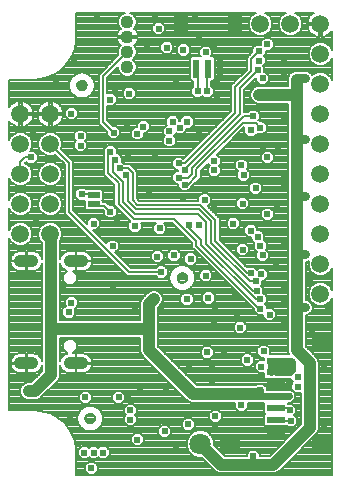
<source format=gbl>
G75*
G70*
%OFA0B0*%
%FSLAX24Y24*%
%IPPOS*%
%LPD*%
%AMOC8*
5,1,8,0,0,1.08239X$1,22.5*
%
%ADD10C,0.0079*%
%ADD11C,0.0594*%
%ADD12R,0.0236X0.0610*%
%ADD13R,0.0472X0.0709*%
%ADD14C,0.0709*%
%ADD15C,0.0436*%
%ADD16R,0.0610X0.0236*%
%ADD17R,0.0709X0.0472*%
%ADD18R,0.0400X0.0200*%
%ADD19C,0.0397*%
%ADD20C,0.0238*%
%ADD21C,0.0394*%
%ADD22C,0.0236*%
%ADD23C,0.0315*%
D10*
X031506Y023531D02*
X031506Y029269D01*
X031542Y029181D01*
X031654Y029070D01*
X031799Y029009D01*
X031957Y029009D01*
X032102Y029070D01*
X032214Y029181D01*
X032274Y029327D01*
X032274Y029484D01*
X032214Y029630D01*
X032102Y029741D01*
X031957Y029802D01*
X031799Y029802D01*
X031654Y029741D01*
X031542Y029630D01*
X031506Y029542D01*
X031506Y030269D01*
X031542Y030181D01*
X031654Y030070D01*
X031799Y030009D01*
X031957Y030009D01*
X032102Y030070D01*
X032214Y030181D01*
X032274Y030327D01*
X032274Y030484D01*
X032214Y030630D01*
X032102Y030741D01*
X031957Y030802D01*
X031799Y030802D01*
X031654Y030741D01*
X031542Y030630D01*
X031506Y030542D01*
X031506Y031269D01*
X031542Y031181D01*
X031654Y031070D01*
X031799Y031009D01*
X031957Y031009D01*
X032102Y031070D01*
X032214Y031181D01*
X032274Y031327D01*
X032274Y031484D01*
X032214Y031630D01*
X032102Y031741D01*
X032042Y031767D01*
X032078Y031803D01*
X032142Y031738D01*
X032323Y031738D01*
X032451Y031866D01*
X032451Y032047D01*
X032323Y032175D01*
X032208Y032175D01*
X032214Y032181D01*
X032274Y032327D01*
X032274Y032484D01*
X032214Y032630D01*
X032102Y032741D01*
X031957Y032802D01*
X031799Y032802D01*
X031654Y032741D01*
X031542Y032630D01*
X031506Y032542D01*
X031506Y033176D01*
X031545Y033121D01*
X031594Y033073D01*
X031649Y033032D01*
X031711Y033001D01*
X031776Y032980D01*
X031839Y032970D01*
X031839Y033366D01*
X031917Y033366D01*
X031917Y032970D01*
X031980Y032980D01*
X032045Y033001D01*
X032107Y033032D01*
X032162Y033073D01*
X032211Y033121D01*
X032251Y033177D01*
X032282Y033238D01*
X032303Y033303D01*
X032313Y033366D01*
X031917Y033366D01*
X031917Y033445D01*
X031839Y033445D01*
X031839Y033841D01*
X031776Y033831D01*
X031711Y033810D01*
X031649Y033779D01*
X031594Y033738D01*
X031545Y033690D01*
X031506Y033635D01*
X031506Y034555D01*
X032350Y034555D01*
X032530Y034567D01*
X032707Y034602D01*
X032878Y034660D01*
X033039Y034740D01*
X033189Y034840D01*
X033325Y034959D01*
X033444Y035094D01*
X033544Y035244D01*
X033623Y035406D01*
X033681Y035576D01*
X033717Y035753D01*
X033728Y035933D01*
X033728Y036778D01*
X035354Y036778D01*
X035261Y036740D01*
X035172Y036650D01*
X035123Y036534D01*
X035123Y036407D01*
X035172Y036291D01*
X035214Y036249D01*
X035213Y036248D01*
X035163Y036198D01*
X035124Y036140D01*
X035097Y036075D01*
X035083Y036006D01*
X035083Y035990D01*
X035421Y035990D01*
X035421Y035951D01*
X035083Y035951D01*
X035083Y035935D01*
X035097Y035866D01*
X035124Y035801D01*
X035163Y035743D01*
X035213Y035693D01*
X035214Y035692D01*
X035172Y035650D01*
X035123Y035534D01*
X035123Y035407D01*
X035140Y035366D01*
X034495Y034721D01*
X034495Y033080D01*
X034576Y032999D01*
X034770Y032806D01*
X034770Y032693D01*
X034898Y032565D01*
X035079Y032565D01*
X035207Y032693D01*
X035207Y032874D01*
X035079Y033002D01*
X034966Y033002D01*
X034773Y033195D01*
X034773Y033674D01*
X034780Y033667D01*
X034961Y033667D01*
X035089Y033795D01*
X035089Y033976D01*
X034961Y034104D01*
X034780Y034104D01*
X034773Y034097D01*
X034773Y034606D01*
X035123Y034957D01*
X035123Y034907D01*
X035172Y034791D01*
X035261Y034701D01*
X035378Y034653D01*
X035504Y034653D01*
X035621Y034701D01*
X035710Y034791D01*
X035758Y034907D01*
X035758Y035034D01*
X035710Y035150D01*
X035640Y035220D01*
X035710Y035291D01*
X035758Y035407D01*
X035758Y035534D01*
X035710Y035650D01*
X035668Y035692D01*
X035669Y035693D01*
X035719Y035743D01*
X035758Y035801D01*
X035785Y035866D01*
X035798Y035935D01*
X035798Y035951D01*
X035461Y035951D01*
X035461Y035990D01*
X035798Y035990D01*
X035798Y036006D01*
X035785Y036075D01*
X035758Y036140D01*
X035719Y036198D01*
X035669Y036248D01*
X035668Y036249D01*
X035710Y036291D01*
X035758Y036407D01*
X035758Y036534D01*
X035710Y036650D01*
X035621Y036740D01*
X035528Y036778D01*
X039742Y036778D01*
X039654Y036741D01*
X039542Y036630D01*
X039482Y036484D01*
X039482Y036327D01*
X039542Y036181D01*
X039654Y036070D01*
X039799Y036009D01*
X039957Y036009D01*
X040102Y036070D01*
X040214Y036181D01*
X040274Y036327D01*
X040274Y036484D01*
X040214Y036630D01*
X040102Y036741D01*
X040014Y036778D01*
X040742Y036778D01*
X040654Y036741D01*
X040542Y036630D01*
X040482Y036484D01*
X040482Y036327D01*
X040542Y036181D01*
X040654Y036070D01*
X040799Y036009D01*
X040957Y036009D01*
X041102Y036070D01*
X041214Y036181D01*
X041274Y036327D01*
X041274Y036484D01*
X041214Y036630D01*
X041102Y036741D01*
X041014Y036778D01*
X041648Y036778D01*
X041594Y036738D01*
X041545Y036690D01*
X041505Y036634D01*
X041474Y036573D01*
X041452Y036508D01*
X041443Y036445D01*
X041839Y036445D01*
X041839Y036366D01*
X041917Y036366D01*
X041917Y035970D01*
X041980Y035980D01*
X042045Y036001D01*
X042107Y036032D01*
X042162Y036073D01*
X042211Y036121D01*
X042250Y036176D01*
X042250Y035542D01*
X042214Y035630D01*
X042102Y035741D01*
X041957Y035802D01*
X041799Y035802D01*
X041654Y035741D01*
X041542Y035630D01*
X041482Y035484D01*
X041482Y035327D01*
X041542Y035181D01*
X041654Y035070D01*
X041799Y035009D01*
X041957Y035009D01*
X042102Y035070D01*
X042214Y035181D01*
X042250Y035269D01*
X042250Y034542D01*
X042214Y034630D01*
X042102Y034741D01*
X041957Y034802D01*
X041799Y034802D01*
X041654Y034741D01*
X041604Y034692D01*
X041584Y034740D01*
X041512Y034812D01*
X041417Y034851D01*
X041032Y034851D01*
X040923Y034806D01*
X040839Y034723D01*
X040794Y034614D01*
X040794Y034340D01*
X039772Y034340D01*
X039663Y034294D01*
X039580Y034211D01*
X039534Y034102D01*
X039534Y033984D01*
X039580Y033876D01*
X039663Y033792D01*
X039772Y033747D01*
X040794Y033747D01*
X040794Y025480D01*
X040827Y025403D01*
X040738Y025403D01*
X040200Y025403D01*
X040207Y025410D01*
X040207Y025590D01*
X040079Y025718D01*
X039898Y025718D01*
X039770Y025590D01*
X039770Y025410D01*
X039898Y025282D01*
X039987Y025282D01*
X039987Y025207D01*
X039819Y025207D01*
X039691Y025079D01*
X039691Y024898D01*
X039819Y024770D01*
X039987Y024770D01*
X039987Y024632D01*
X040045Y024574D01*
X040911Y024574D01*
X040911Y024543D01*
X040979Y024476D01*
X040911Y024409D01*
X040911Y024228D01*
X041039Y024100D01*
X041220Y024100D01*
X041227Y024107D01*
X041227Y023064D01*
X040180Y022017D01*
X039852Y022017D01*
X039852Y022087D01*
X039724Y022214D01*
X039543Y022214D01*
X039415Y022087D01*
X039415Y022017D01*
X038686Y022017D01*
X038332Y022371D01*
X038332Y022496D01*
X038263Y022663D01*
X038135Y022790D01*
X037968Y022859D01*
X037788Y022859D01*
X037621Y022790D01*
X037493Y022663D01*
X037424Y022496D01*
X037424Y022315D01*
X037493Y022149D01*
X037621Y022021D01*
X037788Y021952D01*
X037913Y021952D01*
X038395Y021469D01*
X038504Y021424D01*
X040362Y021424D01*
X040471Y021469D01*
X040554Y021553D01*
X041775Y022773D01*
X041820Y022882D01*
X041820Y025165D01*
X041775Y025274D01*
X041691Y025357D01*
X041387Y025662D01*
X041387Y026700D01*
X041417Y026700D01*
X041512Y026739D01*
X041584Y026811D01*
X041623Y026906D01*
X041623Y027008D01*
X041584Y027102D01*
X041512Y027174D01*
X041417Y027214D01*
X041387Y027214D01*
X041387Y028471D01*
X041417Y028471D01*
X041489Y028501D01*
X041482Y028484D01*
X041482Y028327D01*
X041542Y028181D01*
X041654Y028070D01*
X041799Y028009D01*
X041957Y028009D01*
X042102Y028070D01*
X042214Y028181D01*
X042250Y028269D01*
X042250Y027542D01*
X042214Y027630D01*
X042102Y027741D01*
X041957Y027802D01*
X041799Y027802D01*
X041654Y027741D01*
X041542Y027630D01*
X041482Y027484D01*
X041482Y027327D01*
X041542Y027181D01*
X041654Y027070D01*
X041799Y027009D01*
X041957Y027009D01*
X042102Y027070D01*
X042214Y027181D01*
X042250Y027269D01*
X042250Y021366D01*
X033728Y021366D01*
X033728Y022154D01*
X033717Y022333D01*
X033681Y022510D01*
X033623Y022681D01*
X033544Y022843D01*
X033444Y022992D01*
X033325Y023128D01*
X033189Y023247D01*
X033039Y023347D01*
X032878Y023427D01*
X032707Y023485D01*
X032530Y023520D01*
X032350Y023531D01*
X031506Y023531D01*
X031506Y023564D02*
X033898Y023564D01*
X033866Y023529D01*
X033862Y023528D01*
X033855Y023517D01*
X033847Y023508D01*
X033847Y023504D01*
X033821Y023462D01*
X033818Y023461D01*
X033813Y023449D01*
X033806Y023438D01*
X033807Y023434D01*
X033790Y023389D01*
X033786Y023387D01*
X033784Y023374D01*
X033780Y023363D01*
X033781Y023359D01*
X033772Y023311D01*
X033769Y023309D01*
X033769Y023296D01*
X033767Y023283D01*
X033769Y023280D01*
X033769Y023232D01*
X033767Y023228D01*
X033769Y023216D01*
X033769Y023203D01*
X033772Y023200D01*
X033781Y023153D01*
X033780Y023149D01*
X033784Y023137D01*
X033786Y023125D01*
X033790Y023123D01*
X033807Y023078D01*
X033806Y023074D01*
X033813Y023063D01*
X033818Y023051D01*
X033821Y023049D01*
X033847Y023008D01*
X033847Y023004D01*
X033855Y022995D01*
X033862Y022984D01*
X033866Y022983D01*
X033898Y022947D01*
X033899Y022943D01*
X033909Y022936D01*
X033917Y022926D01*
X033922Y022926D01*
X033960Y022897D01*
X033961Y022893D01*
X033973Y022888D01*
X033983Y022880D01*
X033987Y022880D01*
X034030Y022859D01*
X034032Y022855D01*
X034044Y022852D01*
X034056Y022846D01*
X034060Y022848D01*
X034106Y022834D01*
X034109Y022831D01*
X034121Y022830D01*
X034133Y022827D01*
X034137Y022829D01*
X034183Y022824D01*
X034184Y022823D01*
X034187Y022823D01*
X034188Y022821D01*
X034201Y022823D01*
X034213Y022821D01*
X034215Y022823D01*
X034217Y022823D01*
X034219Y022824D01*
X034265Y022829D01*
X034268Y022827D01*
X034280Y022830D01*
X034293Y022831D01*
X034296Y022834D01*
X034342Y022848D01*
X034346Y022846D01*
X034357Y022852D01*
X034369Y022855D01*
X034371Y022859D01*
X034415Y022880D01*
X034419Y022880D01*
X034429Y022888D01*
X034440Y022893D01*
X034441Y022897D01*
X034480Y022926D01*
X034484Y022926D01*
X034493Y022936D01*
X034503Y022943D01*
X034503Y022947D01*
X034536Y022983D01*
X034540Y022984D01*
X034547Y022995D01*
X034555Y023004D01*
X034555Y023008D01*
X034580Y023049D01*
X034584Y023051D01*
X034589Y023063D01*
X034595Y023074D01*
X034594Y023078D01*
X034612Y023123D01*
X034615Y023125D01*
X034617Y023137D01*
X034622Y023149D01*
X034620Y023153D01*
X034629Y023200D01*
X034632Y023203D01*
X034632Y023216D01*
X034635Y023228D01*
X034632Y023232D01*
X034632Y023280D01*
X034635Y023283D01*
X034632Y023296D01*
X034632Y023309D01*
X034629Y023311D01*
X034620Y023359D01*
X034622Y023363D01*
X034617Y023374D01*
X034615Y023387D01*
X034612Y023389D01*
X034594Y023434D01*
X034595Y023438D01*
X034589Y023449D01*
X034584Y023461D01*
X034580Y023462D01*
X034555Y023504D01*
X034555Y023508D01*
X034547Y023517D01*
X034540Y023528D01*
X034536Y023529D01*
X034503Y023564D01*
X034503Y023568D01*
X034493Y023576D01*
X034484Y023585D01*
X034480Y023586D01*
X034441Y023615D01*
X034440Y023619D01*
X034429Y023624D01*
X034419Y023632D01*
X034415Y023631D01*
X034371Y023653D01*
X034369Y023656D01*
X034357Y023660D01*
X034346Y023666D01*
X034342Y023664D01*
X034296Y023677D01*
X034293Y023681D01*
X034280Y023682D01*
X034268Y023685D01*
X034265Y023683D01*
X034219Y023687D01*
X034217Y023689D01*
X034215Y023689D01*
X034213Y023690D01*
X034201Y023689D01*
X034188Y023690D01*
X034187Y023689D01*
X034184Y023689D01*
X034183Y023687D01*
X034137Y023683D01*
X034133Y023685D01*
X034121Y023682D01*
X034109Y023681D01*
X034106Y023677D01*
X034060Y023664D01*
X034056Y023666D01*
X034044Y023660D01*
X034032Y023656D01*
X034030Y023653D01*
X033987Y023631D01*
X033983Y023632D01*
X033973Y023624D01*
X033961Y023619D01*
X033960Y023615D01*
X033922Y023586D01*
X033917Y023585D01*
X033909Y023576D01*
X033899Y023568D01*
X033898Y023564D01*
X033836Y023487D02*
X032697Y023487D01*
X032913Y023409D02*
X033798Y023409D01*
X033776Y023332D02*
X033062Y023332D01*
X033177Y023255D02*
X033769Y023255D01*
X033777Y023178D02*
X033268Y023178D01*
X033349Y023100D02*
X033798Y023100D01*
X033838Y023023D02*
X033417Y023023D01*
X033475Y022946D02*
X033898Y022946D01*
X034011Y022869D02*
X033526Y022869D01*
X033569Y022791D02*
X036463Y022791D01*
X036463Y022732D02*
X036591Y022604D01*
X036772Y022604D01*
X036900Y022732D01*
X036900Y022913D01*
X036772Y023041D01*
X036591Y023041D01*
X036463Y022913D01*
X036463Y022732D01*
X036481Y022714D02*
X035918Y022714D01*
X035866Y022766D02*
X035994Y022638D01*
X035994Y022457D01*
X035866Y022329D01*
X035685Y022329D01*
X035557Y022457D01*
X035557Y022638D01*
X035685Y022766D01*
X035866Y022766D01*
X035994Y022637D02*
X036558Y022637D01*
X036804Y022637D02*
X037483Y022637D01*
X037451Y022560D02*
X035994Y022560D01*
X035994Y022482D02*
X037424Y022482D01*
X037424Y022405D02*
X035942Y022405D01*
X035609Y022405D02*
X033702Y022405D01*
X033717Y022328D02*
X033909Y022328D01*
X033913Y022333D02*
X033786Y022205D01*
X033786Y022024D01*
X033913Y021896D01*
X034094Y021896D01*
X034161Y021963D01*
X034228Y021896D01*
X034409Y021896D01*
X034476Y021963D01*
X034543Y021896D01*
X034724Y021896D01*
X034852Y022024D01*
X034852Y022205D01*
X034724Y022333D01*
X034543Y022333D01*
X034476Y022266D01*
X034409Y022333D01*
X034228Y022333D01*
X034161Y022266D01*
X034094Y022333D01*
X033913Y022333D01*
X033832Y022251D02*
X033722Y022251D01*
X033727Y022173D02*
X033786Y022173D01*
X033786Y022096D02*
X033728Y022096D01*
X033728Y022019D02*
X033790Y022019D01*
X033728Y021942D02*
X033868Y021942D01*
X033728Y021864D02*
X038000Y021864D01*
X038077Y021787D02*
X034364Y021787D01*
X034331Y021821D02*
X034150Y021821D01*
X034022Y021693D01*
X034022Y021512D01*
X034150Y021384D01*
X034331Y021384D01*
X034459Y021512D01*
X034459Y021693D01*
X034331Y021821D01*
X034441Y021710D02*
X038155Y021710D01*
X038232Y021633D02*
X034459Y021633D01*
X034459Y021555D02*
X038309Y021555D01*
X038386Y021478D02*
X034425Y021478D01*
X034348Y021401D02*
X042250Y021401D01*
X042250Y021478D02*
X040480Y021478D01*
X040554Y021553D02*
X040554Y021553D01*
X040557Y021555D02*
X042250Y021555D01*
X042250Y021633D02*
X040634Y021633D01*
X040712Y021710D02*
X042250Y021710D01*
X042250Y021787D02*
X040789Y021787D01*
X040866Y021864D02*
X042250Y021864D01*
X042250Y021942D02*
X040943Y021942D01*
X041021Y022019D02*
X042250Y022019D01*
X042250Y022096D02*
X041098Y022096D01*
X041175Y022173D02*
X042250Y022173D01*
X042250Y022251D02*
X041252Y022251D01*
X041329Y022328D02*
X042250Y022328D01*
X042250Y022405D02*
X041407Y022405D01*
X041484Y022482D02*
X042250Y022482D01*
X042250Y022560D02*
X041561Y022560D01*
X041638Y022637D02*
X042250Y022637D01*
X042250Y022714D02*
X041716Y022714D01*
X041782Y022791D02*
X042250Y022791D01*
X042250Y022869D02*
X041814Y022869D01*
X041820Y022946D02*
X042250Y022946D01*
X042250Y023023D02*
X041820Y023023D01*
X041820Y023100D02*
X042250Y023100D01*
X042250Y023178D02*
X041820Y023178D01*
X041820Y023255D02*
X042250Y023255D01*
X042250Y023332D02*
X041820Y023332D01*
X041820Y023409D02*
X042250Y023409D01*
X042250Y023487D02*
X041820Y023487D01*
X041820Y023564D02*
X042250Y023564D01*
X042250Y023641D02*
X041820Y023641D01*
X041820Y023718D02*
X042250Y023718D01*
X042250Y023795D02*
X041820Y023795D01*
X041820Y023873D02*
X042250Y023873D01*
X042250Y023950D02*
X041820Y023950D01*
X041820Y024027D02*
X042250Y024027D01*
X042250Y024104D02*
X041820Y024104D01*
X041820Y024182D02*
X042250Y024182D01*
X042250Y024259D02*
X041820Y024259D01*
X041820Y024336D02*
X042250Y024336D01*
X042250Y024413D02*
X041820Y024413D01*
X041820Y024491D02*
X042250Y024491D01*
X042250Y024568D02*
X041820Y024568D01*
X041820Y024645D02*
X042250Y024645D01*
X042250Y024722D02*
X041820Y024722D01*
X041820Y024800D02*
X042250Y024800D01*
X042250Y024877D02*
X041820Y024877D01*
X041820Y024954D02*
X042250Y024954D01*
X042250Y025031D02*
X041820Y025031D01*
X041820Y025109D02*
X042250Y025109D01*
X042250Y025186D02*
X041811Y025186D01*
X041779Y025263D02*
X042250Y025263D01*
X042250Y025340D02*
X041709Y025340D01*
X041691Y025357D02*
X041691Y025357D01*
X041631Y025418D02*
X042250Y025418D01*
X042250Y025495D02*
X041554Y025495D01*
X041477Y025572D02*
X042250Y025572D01*
X042250Y025649D02*
X041400Y025649D01*
X041387Y025726D02*
X042250Y025726D01*
X042250Y025804D02*
X041387Y025804D01*
X041387Y025881D02*
X042250Y025881D01*
X042250Y025958D02*
X041387Y025958D01*
X041387Y026035D02*
X042250Y026035D01*
X042250Y026113D02*
X041387Y026113D01*
X041387Y026190D02*
X042250Y026190D01*
X042250Y026267D02*
X041387Y026267D01*
X041387Y026344D02*
X042250Y026344D01*
X042250Y026422D02*
X041387Y026422D01*
X041387Y026499D02*
X042250Y026499D01*
X042250Y026576D02*
X041387Y026576D01*
X041387Y026653D02*
X042250Y026653D01*
X042250Y026731D02*
X041491Y026731D01*
X041581Y026808D02*
X042250Y026808D01*
X042250Y026885D02*
X041614Y026885D01*
X041623Y026962D02*
X042250Y026962D01*
X042250Y027040D02*
X042030Y027040D01*
X042150Y027117D02*
X042250Y027117D01*
X042250Y027194D02*
X042219Y027194D01*
X042234Y027580D02*
X042250Y027580D01*
X042250Y027657D02*
X042186Y027657D01*
X042250Y027735D02*
X042109Y027735D01*
X042250Y027812D02*
X041387Y027812D01*
X041387Y027889D02*
X042250Y027889D01*
X042250Y027966D02*
X041387Y027966D01*
X041387Y028044D02*
X041716Y028044D01*
X041602Y028121D02*
X041387Y028121D01*
X041387Y028198D02*
X041535Y028198D01*
X041503Y028275D02*
X041387Y028275D01*
X041387Y028353D02*
X041482Y028353D01*
X041482Y028430D02*
X041387Y028430D01*
X040794Y028430D02*
X039302Y028430D01*
X039379Y028353D02*
X040794Y028353D01*
X040794Y028275D02*
X040002Y028275D01*
X040000Y028277D02*
X039819Y028277D01*
X039752Y028210D01*
X039646Y028317D01*
X039465Y028317D01*
X039440Y028292D01*
X038513Y029219D01*
X038513Y029928D01*
X038115Y030326D01*
X038238Y030449D01*
X038238Y030630D01*
X038110Y030758D01*
X037929Y030758D01*
X037801Y030630D01*
X037801Y030521D01*
X035833Y030521D01*
X035757Y030597D01*
X035757Y031502D01*
X035599Y031660D01*
X035518Y031741D01*
X035355Y031741D01*
X035276Y031821D01*
X035246Y031821D01*
X035246Y031968D01*
X035118Y032096D01*
X035089Y032096D01*
X035089Y032244D01*
X034961Y032372D01*
X034780Y032372D01*
X034652Y032244D01*
X034652Y032063D01*
X034653Y032062D01*
X034653Y031387D01*
X034734Y031306D01*
X035007Y031033D01*
X035007Y030364D01*
X035088Y030283D01*
X035088Y030283D01*
X035519Y029852D01*
X035543Y029828D01*
X035478Y029764D01*
X035478Y029583D01*
X035606Y029455D01*
X035787Y029455D01*
X035915Y029583D01*
X035915Y029764D01*
X035908Y029771D01*
X036391Y029771D01*
X036305Y029685D01*
X036305Y029504D01*
X036433Y029376D01*
X036614Y029376D01*
X036742Y029504D01*
X036742Y029685D01*
X036656Y029771D01*
X036939Y029771D01*
X037605Y029104D01*
X037605Y028946D01*
X037687Y028865D01*
X039652Y026900D01*
X039652Y026827D01*
X039780Y026699D01*
X039961Y026699D01*
X039967Y026705D01*
X039967Y026630D01*
X040095Y026502D01*
X040276Y026502D01*
X040403Y026630D01*
X040403Y026811D01*
X040276Y026939D01*
X040095Y026939D01*
X040089Y026933D01*
X040089Y027008D01*
X040021Y027075D01*
X040089Y027142D01*
X040089Y027323D01*
X039970Y027441D01*
X039970Y027598D01*
X039884Y027685D01*
X039931Y027732D01*
X039931Y027841D01*
X040000Y027841D01*
X040128Y027969D01*
X040128Y028150D01*
X040000Y028277D01*
X040079Y028198D02*
X040794Y028198D01*
X040794Y028121D02*
X040128Y028121D01*
X040128Y028044D02*
X040794Y028044D01*
X040794Y027966D02*
X040126Y027966D01*
X040048Y027889D02*
X040794Y027889D01*
X040794Y027812D02*
X039931Y027812D01*
X039931Y027735D02*
X040794Y027735D01*
X040794Y027657D02*
X039911Y027657D01*
X039970Y027580D02*
X040794Y027580D01*
X040794Y027503D02*
X039970Y027503D01*
X039985Y027426D02*
X040794Y027426D01*
X040794Y027349D02*
X040063Y027349D01*
X040089Y027271D02*
X040794Y027271D01*
X040794Y027194D02*
X040089Y027194D01*
X040063Y027117D02*
X040794Y027117D01*
X040794Y027040D02*
X040057Y027040D01*
X040089Y026962D02*
X040794Y026962D01*
X040794Y026885D02*
X040329Y026885D01*
X040403Y026808D02*
X040794Y026808D01*
X040794Y026731D02*
X040403Y026731D01*
X040403Y026653D02*
X040794Y026653D01*
X040794Y026576D02*
X040350Y026576D01*
X040020Y026576D02*
X036466Y026576D01*
X036466Y026499D02*
X039103Y026499D01*
X039110Y026506D02*
X038982Y026378D01*
X038982Y026197D01*
X039110Y026069D01*
X039291Y026069D01*
X039419Y026197D01*
X039419Y026378D01*
X039291Y026506D01*
X039110Y026506D01*
X039026Y026422D02*
X036466Y026422D01*
X036466Y026344D02*
X038982Y026344D01*
X038982Y026267D02*
X036466Y026267D01*
X036466Y026190D02*
X038989Y026190D01*
X039067Y026113D02*
X036466Y026113D01*
X036466Y026035D02*
X040794Y026035D01*
X040794Y025958D02*
X036466Y025958D01*
X036466Y025881D02*
X040794Y025881D01*
X040794Y025804D02*
X036466Y025804D01*
X036466Y025726D02*
X040794Y025726D01*
X040794Y025649D02*
X040148Y025649D01*
X040207Y025572D02*
X040794Y025572D01*
X040794Y025495D02*
X040207Y025495D01*
X040207Y025418D02*
X040820Y025418D01*
X040815Y024988D02*
X040933Y024870D01*
X040911Y024568D02*
X037560Y024568D01*
X037637Y024491D02*
X040964Y024491D01*
X040916Y024413D02*
X039966Y024413D01*
X039961Y024419D02*
X039780Y024419D01*
X039739Y024379D01*
X037749Y024379D01*
X036466Y025662D01*
X036466Y026952D01*
X036578Y027064D01*
X036623Y027173D01*
X036623Y027291D01*
X036578Y027400D01*
X036495Y027483D01*
X036386Y027529D01*
X036268Y027529D01*
X036159Y027483D01*
X036001Y027326D01*
X035918Y027243D01*
X035873Y027134D01*
X035873Y026544D01*
X033198Y026544D01*
X033198Y028440D01*
X033205Y028403D01*
X033231Y028342D01*
X033268Y028287D01*
X033315Y028240D01*
X033370Y028203D01*
X033431Y028177D01*
X033443Y028175D01*
X033433Y028175D01*
X033294Y028036D01*
X033294Y027839D01*
X033433Y027699D01*
X033630Y027699D01*
X033769Y027839D01*
X033769Y028036D01*
X033641Y028164D01*
X033719Y028164D01*
X033719Y028492D01*
X033738Y028492D01*
X033738Y028164D01*
X033960Y028164D01*
X034025Y028177D01*
X034087Y028203D01*
X034142Y028240D01*
X034189Y028287D01*
X034226Y028342D01*
X034252Y028403D01*
X034265Y028469D01*
X034265Y028492D01*
X033738Y028492D01*
X033738Y028512D01*
X033719Y028512D01*
X033719Y028840D01*
X033497Y028840D01*
X033431Y028827D01*
X033370Y028801D01*
X033315Y028764D01*
X033268Y028717D01*
X033231Y028662D01*
X033205Y028600D01*
X033198Y028564D01*
X033198Y029169D01*
X033210Y029181D01*
X033270Y029327D01*
X033270Y029484D01*
X033210Y029630D01*
X033098Y029741D01*
X032953Y029802D01*
X032795Y029802D01*
X032650Y029741D01*
X032538Y029630D01*
X032478Y029484D01*
X032478Y029327D01*
X032538Y029181D01*
X032605Y029114D01*
X032605Y028564D01*
X032598Y028600D01*
X032573Y028662D01*
X032536Y028717D01*
X032489Y028764D01*
X032433Y028801D01*
X032372Y028827D01*
X032306Y028840D01*
X032085Y028840D01*
X032085Y028512D01*
X032065Y028512D01*
X032065Y028840D01*
X031843Y028840D01*
X031778Y028827D01*
X031716Y028801D01*
X031661Y028764D01*
X031614Y028717D01*
X031577Y028662D01*
X031552Y028600D01*
X031539Y028535D01*
X031539Y028512D01*
X032065Y028512D01*
X032065Y028492D01*
X032085Y028492D01*
X032085Y028164D01*
X032306Y028164D01*
X032372Y028177D01*
X032433Y028203D01*
X032489Y028240D01*
X032536Y028287D01*
X032573Y028342D01*
X032598Y028403D01*
X032605Y028440D01*
X032605Y025158D01*
X032598Y025195D01*
X032573Y025256D01*
X032536Y025312D01*
X032489Y025359D01*
X032433Y025396D01*
X032372Y025421D01*
X032306Y025434D01*
X032085Y025434D01*
X032085Y025106D01*
X032065Y025106D01*
X032065Y025087D01*
X031539Y025087D01*
X031539Y025063D01*
X031552Y024998D01*
X031577Y024936D01*
X031614Y024881D01*
X031661Y024834D01*
X031716Y024797D01*
X031778Y024772D01*
X031843Y024759D01*
X032065Y024759D01*
X032065Y025087D01*
X032085Y025087D01*
X032085Y024759D01*
X032306Y024759D01*
X032372Y024772D01*
X032433Y024797D01*
X032489Y024834D01*
X032536Y024881D01*
X032573Y024936D01*
X032598Y024998D01*
X032605Y025035D01*
X032605Y024835D01*
X032228Y024458D01*
X032095Y024458D01*
X031986Y024413D01*
X031902Y024329D01*
X031857Y024220D01*
X031857Y024102D01*
X031902Y023994D01*
X031986Y023910D01*
X032095Y023865D01*
X032409Y023865D01*
X032518Y023910D01*
X032602Y023994D01*
X033153Y024545D01*
X033198Y024654D01*
X033198Y025035D01*
X033205Y024998D01*
X033231Y024936D01*
X033268Y024881D01*
X033315Y024834D01*
X033370Y024797D01*
X033431Y024772D01*
X033497Y024759D01*
X033719Y024759D01*
X033719Y025087D01*
X033738Y025087D01*
X033738Y025106D01*
X034265Y025106D01*
X034265Y025130D01*
X034252Y025195D01*
X034226Y025256D01*
X034189Y025312D01*
X034142Y025359D01*
X034087Y025396D01*
X034025Y025421D01*
X033960Y025434D01*
X033738Y025434D01*
X033738Y025106D01*
X033719Y025106D01*
X033719Y025434D01*
X033641Y025434D01*
X033769Y025563D01*
X033769Y025760D01*
X033630Y025899D01*
X033433Y025899D01*
X033294Y025760D01*
X033294Y025563D01*
X033433Y025424D01*
X033443Y025424D01*
X033431Y025421D01*
X033370Y025396D01*
X033315Y025359D01*
X033268Y025312D01*
X033231Y025256D01*
X033205Y025195D01*
X033198Y025158D01*
X033198Y025952D01*
X035873Y025952D01*
X035873Y025480D01*
X035918Y025372D01*
X036001Y025288D01*
X036001Y025288D01*
X037375Y023915D01*
X037458Y023832D01*
X037567Y023786D01*
X039029Y023786D01*
X039022Y023779D01*
X039022Y023599D01*
X039150Y023471D01*
X039331Y023471D01*
X039459Y023599D01*
X039459Y023779D01*
X039452Y023786D01*
X040004Y023786D01*
X039987Y023770D01*
X039987Y023451D01*
X040025Y023413D01*
X039987Y023376D01*
X039987Y023057D01*
X040045Y022999D01*
X040738Y022999D01*
X040750Y023012D01*
X040803Y022959D01*
X040984Y022959D01*
X041112Y023087D01*
X041112Y023268D01*
X041006Y023374D01*
X041073Y023441D01*
X041073Y023622D01*
X040945Y023750D01*
X040796Y023750D01*
X040796Y023770D01*
X040780Y023786D01*
X040905Y023786D01*
X041033Y023913D01*
X041033Y024094D01*
X040905Y024222D01*
X040724Y024222D01*
X040724Y024221D01*
X040089Y024221D01*
X040089Y024291D01*
X039961Y024419D01*
X040044Y024336D02*
X040911Y024336D01*
X040911Y024259D02*
X040089Y024259D01*
X039870Y024004D02*
X039870Y023925D01*
X039752Y023925D01*
X039752Y024083D01*
X039791Y024083D01*
X039774Y024413D02*
X037714Y024413D01*
X037482Y024645D02*
X039987Y024645D01*
X039987Y024722D02*
X037405Y024722D01*
X037328Y024800D02*
X039789Y024800D01*
X039712Y024877D02*
X037251Y024877D01*
X037174Y024954D02*
X039691Y024954D01*
X039691Y025031D02*
X039572Y025031D01*
X039527Y024986D02*
X039655Y025114D01*
X039655Y025295D01*
X039527Y025423D01*
X039347Y025423D01*
X039219Y025295D01*
X039219Y025114D01*
X039347Y024986D01*
X039527Y024986D01*
X039650Y025109D02*
X039721Y025109D01*
X039655Y025186D02*
X039798Y025186D01*
X039839Y025340D02*
X039610Y025340D01*
X039655Y025263D02*
X039987Y025263D01*
X039770Y025418D02*
X039533Y025418D01*
X039341Y025418D02*
X038317Y025418D01*
X038317Y025370D02*
X038189Y025242D01*
X038008Y025242D01*
X037880Y025370D01*
X037880Y025551D01*
X038008Y025679D01*
X038189Y025679D01*
X038317Y025551D01*
X038317Y025370D01*
X038287Y025340D02*
X039264Y025340D01*
X039219Y025263D02*
X038210Y025263D01*
X037987Y025263D02*
X036865Y025263D01*
X036942Y025186D02*
X039219Y025186D01*
X039224Y025109D02*
X037019Y025109D01*
X037096Y025031D02*
X039302Y025031D01*
X039770Y025495D02*
X038317Y025495D01*
X038296Y025572D02*
X039770Y025572D01*
X039829Y025649D02*
X038219Y025649D01*
X037978Y025649D02*
X036478Y025649D01*
X036556Y025572D02*
X037901Y025572D01*
X037880Y025495D02*
X036633Y025495D01*
X036710Y025418D02*
X037880Y025418D01*
X037910Y025340D02*
X036787Y025340D01*
X036336Y024954D02*
X034233Y024954D01*
X034226Y024936D02*
X034252Y024998D01*
X034265Y025063D01*
X034265Y025087D01*
X033738Y025087D01*
X033738Y024759D01*
X033960Y024759D01*
X034025Y024772D01*
X034087Y024797D01*
X034142Y024834D01*
X034189Y024881D01*
X034226Y024936D01*
X034185Y024877D02*
X036413Y024877D01*
X036490Y024800D02*
X034090Y024800D01*
X034258Y025031D02*
X036258Y025031D01*
X036181Y025109D02*
X034265Y025109D01*
X034253Y025186D02*
X036104Y025186D01*
X036027Y025263D02*
X034222Y025263D01*
X034161Y025340D02*
X035949Y025340D01*
X035899Y025418D02*
X034034Y025418D01*
X033738Y025418D02*
X033719Y025418D01*
X033719Y025340D02*
X033738Y025340D01*
X033738Y025263D02*
X033719Y025263D01*
X033719Y025186D02*
X033738Y025186D01*
X033738Y025109D02*
X033719Y025109D01*
X033719Y025031D02*
X033738Y025031D01*
X033738Y024954D02*
X033719Y024954D01*
X033719Y024877D02*
X033738Y024877D01*
X033738Y024800D02*
X033719Y024800D01*
X033366Y024800D02*
X033198Y024800D01*
X033198Y024877D02*
X033272Y024877D01*
X033223Y024954D02*
X033198Y024954D01*
X033198Y025031D02*
X033198Y025031D01*
X033198Y025186D02*
X033203Y025186D01*
X033198Y025263D02*
X033235Y025263D01*
X033198Y025340D02*
X033296Y025340D01*
X033198Y025418D02*
X033422Y025418D01*
X033362Y025495D02*
X033198Y025495D01*
X033198Y025572D02*
X033294Y025572D01*
X033294Y025649D02*
X033198Y025649D01*
X033198Y025726D02*
X033294Y025726D01*
X033338Y025804D02*
X033198Y025804D01*
X033198Y025881D02*
X033415Y025881D01*
X033648Y025881D02*
X035873Y025881D01*
X035873Y025804D02*
X033725Y025804D01*
X033769Y025726D02*
X035873Y025726D01*
X035873Y025649D02*
X033769Y025649D01*
X033769Y025572D02*
X035873Y025572D01*
X035873Y025495D02*
X033701Y025495D01*
X033198Y024722D02*
X036567Y024722D01*
X036645Y024645D02*
X033194Y024645D01*
X033162Y024568D02*
X036722Y024568D01*
X036799Y024491D02*
X033099Y024491D01*
X033021Y024413D02*
X036876Y024413D01*
X036954Y024336D02*
X032944Y024336D01*
X032867Y024259D02*
X037031Y024259D01*
X037108Y024182D02*
X035237Y024182D01*
X035236Y024183D02*
X035055Y024183D01*
X034927Y024055D01*
X034927Y023874D01*
X035055Y023746D01*
X035236Y023746D01*
X035364Y023874D01*
X035364Y024055D01*
X035236Y024183D01*
X035315Y024104D02*
X037185Y024104D01*
X037263Y024027D02*
X035364Y024027D01*
X035364Y023950D02*
X037340Y023950D01*
X037375Y023915D02*
X037375Y023915D01*
X037417Y023873D02*
X035363Y023873D01*
X035285Y023795D02*
X037545Y023795D01*
X037559Y023277D02*
X037378Y023277D01*
X037250Y023150D01*
X037250Y022969D01*
X037378Y022841D01*
X037559Y022841D01*
X037687Y022969D01*
X037687Y023150D01*
X037559Y023277D01*
X037582Y023255D02*
X038156Y023255D01*
X038156Y023244D02*
X038284Y023116D01*
X038464Y023116D01*
X038592Y023244D01*
X038592Y023425D01*
X038464Y023553D01*
X038284Y023553D01*
X038156Y023425D01*
X038156Y023244D01*
X038156Y023332D02*
X035733Y023332D01*
X035758Y023307D02*
X035691Y023374D01*
X035758Y023441D01*
X035758Y023622D01*
X035630Y023750D01*
X035449Y023750D01*
X035321Y023622D01*
X035321Y023441D01*
X035388Y023374D01*
X035321Y023307D01*
X035321Y023126D01*
X035449Y022998D01*
X035630Y022998D01*
X035758Y023126D01*
X035758Y023307D01*
X035758Y023255D02*
X037355Y023255D01*
X037278Y023178D02*
X035758Y023178D01*
X035732Y023100D02*
X037250Y023100D01*
X037250Y023023D02*
X036790Y023023D01*
X036867Y022946D02*
X037273Y022946D01*
X037350Y022869D02*
X036900Y022869D01*
X036900Y022791D02*
X037624Y022791D01*
X037587Y022869D02*
X041032Y022869D01*
X041110Y022946D02*
X037664Y022946D01*
X037687Y023023D02*
X040021Y023023D01*
X039987Y023100D02*
X037687Y023100D01*
X037659Y023178D02*
X038222Y023178D01*
X038156Y023409D02*
X035726Y023409D01*
X035758Y023487D02*
X038217Y023487D01*
X038531Y023487D02*
X039134Y023487D01*
X039056Y023564D02*
X035758Y023564D01*
X035739Y023641D02*
X039022Y023641D01*
X039022Y023718D02*
X035662Y023718D01*
X035417Y023718D02*
X031506Y023718D01*
X031506Y023641D02*
X034006Y023641D01*
X033953Y023746D02*
X034134Y023746D01*
X034262Y023874D01*
X034262Y024055D01*
X034134Y024183D01*
X033953Y024183D01*
X033825Y024055D01*
X033825Y023874D01*
X033953Y023746D01*
X033904Y023795D02*
X031506Y023795D01*
X031506Y023873D02*
X032076Y023873D01*
X031946Y023950D02*
X031506Y023950D01*
X031506Y024027D02*
X031889Y024027D01*
X031857Y024104D02*
X031506Y024104D01*
X031506Y024182D02*
X031857Y024182D01*
X031873Y024259D02*
X031506Y024259D01*
X031506Y024336D02*
X031909Y024336D01*
X031988Y024413D02*
X031506Y024413D01*
X031506Y024491D02*
X032261Y024491D01*
X032338Y024568D02*
X031506Y024568D01*
X031506Y024645D02*
X032415Y024645D01*
X032492Y024722D02*
X031506Y024722D01*
X031506Y024800D02*
X031713Y024800D01*
X031618Y024877D02*
X031506Y024877D01*
X031506Y024954D02*
X031570Y024954D01*
X031545Y025031D02*
X031506Y025031D01*
X031506Y025109D02*
X031539Y025109D01*
X031539Y025106D02*
X032065Y025106D01*
X032065Y025434D01*
X031843Y025434D01*
X031778Y025421D01*
X031716Y025396D01*
X031661Y025359D01*
X031614Y025312D01*
X031577Y025256D01*
X031552Y025195D01*
X031539Y025130D01*
X031539Y025106D01*
X031550Y025186D02*
X031506Y025186D01*
X031506Y025263D02*
X031581Y025263D01*
X031642Y025340D02*
X031506Y025340D01*
X031506Y025418D02*
X031769Y025418D01*
X031506Y025495D02*
X032605Y025495D01*
X032605Y025572D02*
X031506Y025572D01*
X031506Y025649D02*
X032605Y025649D01*
X032605Y025726D02*
X031506Y025726D01*
X031506Y025804D02*
X032605Y025804D01*
X032605Y025881D02*
X031506Y025881D01*
X031506Y025958D02*
X032605Y025958D01*
X032605Y026035D02*
X031506Y026035D01*
X031506Y026113D02*
X032605Y026113D01*
X032605Y026190D02*
X031506Y026190D01*
X031506Y026267D02*
X032605Y026267D01*
X032605Y026344D02*
X031506Y026344D01*
X031506Y026422D02*
X032605Y026422D01*
X032605Y026499D02*
X031506Y026499D01*
X031506Y026576D02*
X032605Y026576D01*
X032605Y026653D02*
X031506Y026653D01*
X031506Y026731D02*
X032605Y026731D01*
X032605Y026808D02*
X031506Y026808D01*
X031506Y026885D02*
X032605Y026885D01*
X032605Y026962D02*
X031506Y026962D01*
X031506Y027040D02*
X032605Y027040D01*
X032605Y027117D02*
X031506Y027117D01*
X031506Y027194D02*
X032605Y027194D01*
X032605Y027271D02*
X031506Y027271D01*
X031506Y027349D02*
X032605Y027349D01*
X032605Y027426D02*
X031506Y027426D01*
X031506Y027503D02*
X032605Y027503D01*
X032605Y027580D02*
X031506Y027580D01*
X031506Y027657D02*
X032605Y027657D01*
X032605Y027735D02*
X031506Y027735D01*
X031506Y027812D02*
X032605Y027812D01*
X032605Y027889D02*
X031506Y027889D01*
X031506Y027966D02*
X032605Y027966D01*
X032605Y028044D02*
X031506Y028044D01*
X031506Y028121D02*
X032605Y028121D01*
X032605Y028198D02*
X032422Y028198D01*
X032524Y028275D02*
X032605Y028275D01*
X032605Y028353D02*
X032577Y028353D01*
X032603Y028430D02*
X032605Y028430D01*
X032601Y028584D02*
X032605Y028584D01*
X032605Y028662D02*
X032573Y028662D01*
X032605Y028739D02*
X032514Y028739D01*
X032605Y028816D02*
X032398Y028816D01*
X032605Y028893D02*
X031506Y028893D01*
X031506Y028816D02*
X031752Y028816D01*
X031636Y028739D02*
X031506Y028739D01*
X031506Y028662D02*
X031577Y028662D01*
X031548Y028584D02*
X031506Y028584D01*
X031506Y028507D02*
X032065Y028507D01*
X032065Y028492D02*
X031539Y028492D01*
X031539Y028469D01*
X031552Y028403D01*
X031577Y028342D01*
X031614Y028287D01*
X031661Y028240D01*
X031716Y028203D01*
X031778Y028177D01*
X031843Y028164D01*
X032065Y028164D01*
X032065Y028492D01*
X032065Y028430D02*
X032085Y028430D01*
X032085Y028353D02*
X032065Y028353D01*
X032065Y028275D02*
X032085Y028275D01*
X032085Y028198D02*
X032065Y028198D01*
X031727Y028198D02*
X031506Y028198D01*
X031506Y028275D02*
X031625Y028275D01*
X031573Y028353D02*
X031506Y028353D01*
X031506Y028430D02*
X031546Y028430D01*
X032065Y028584D02*
X032085Y028584D01*
X032085Y028662D02*
X032065Y028662D01*
X032065Y028739D02*
X032085Y028739D01*
X032085Y028816D02*
X032065Y028816D01*
X032050Y029048D02*
X032605Y029048D01*
X032605Y028971D02*
X031506Y028971D01*
X031506Y029048D02*
X031706Y029048D01*
X031598Y029125D02*
X031506Y029125D01*
X031506Y029202D02*
X031533Y029202D01*
X031506Y029588D02*
X031525Y029588D01*
X031506Y029666D02*
X031578Y029666D01*
X031506Y029743D02*
X031657Y029743D01*
X031506Y029820D02*
X033621Y029820D01*
X033544Y029897D02*
X031506Y029897D01*
X031506Y029975D02*
X033467Y029975D01*
X033435Y030007D02*
X035443Y027999D01*
X036393Y027999D01*
X036473Y027919D01*
X036653Y027919D01*
X036781Y028047D01*
X036781Y028228D01*
X036653Y028356D01*
X036473Y028356D01*
X036393Y028277D01*
X035557Y028277D01*
X035044Y028790D01*
X035167Y028913D01*
X035167Y029094D01*
X035039Y029222D01*
X034858Y029222D01*
X034735Y029099D01*
X034300Y029534D01*
X034409Y029534D01*
X034537Y029661D01*
X034537Y029842D01*
X034409Y029970D01*
X034228Y029970D01*
X034100Y029842D01*
X034100Y029734D01*
X033631Y030203D01*
X033631Y031845D01*
X033235Y032241D01*
X033270Y032327D01*
X033270Y032484D01*
X033210Y032630D01*
X033098Y032741D01*
X032953Y032802D01*
X032795Y032802D01*
X032650Y032741D01*
X032538Y032630D01*
X032478Y032484D01*
X032478Y032327D01*
X032538Y032181D01*
X032650Y032070D01*
X032795Y032009D01*
X032953Y032009D01*
X033039Y032045D01*
X033353Y031730D01*
X033353Y030088D01*
X033435Y030007D01*
X033390Y030052D02*
X033056Y030052D01*
X033098Y030070D02*
X033210Y030181D01*
X033270Y030327D01*
X033270Y030484D01*
X033210Y030630D01*
X033098Y030741D01*
X032953Y030802D01*
X032795Y030802D01*
X032650Y030741D01*
X032538Y030630D01*
X032478Y030484D01*
X032478Y030327D01*
X032538Y030181D01*
X032650Y030070D01*
X032795Y030009D01*
X032953Y030009D01*
X033098Y030070D01*
X033158Y030129D02*
X033353Y030129D01*
X033353Y030206D02*
X033220Y030206D01*
X033252Y030284D02*
X033353Y030284D01*
X033353Y030361D02*
X033270Y030361D01*
X033270Y030438D02*
X033353Y030438D01*
X033353Y030515D02*
X033257Y030515D01*
X033225Y030593D02*
X033353Y030593D01*
X033353Y030670D02*
X033170Y030670D01*
X033085Y030747D02*
X033353Y030747D01*
X033353Y030824D02*
X031506Y030824D01*
X031506Y030747D02*
X031667Y030747D01*
X031582Y030670D02*
X031506Y030670D01*
X031506Y030593D02*
X031527Y030593D01*
X031506Y030902D02*
X033353Y030902D01*
X033353Y030979D02*
X031506Y030979D01*
X031506Y031056D02*
X031686Y031056D01*
X031590Y031133D02*
X031506Y031133D01*
X031506Y031211D02*
X031530Y031211D01*
X031878Y031406D02*
X031878Y031799D01*
X032035Y031957D01*
X032232Y031957D01*
X032451Y031983D02*
X033100Y031983D01*
X033178Y031906D02*
X032451Y031906D01*
X032413Y031828D02*
X033255Y031828D01*
X033332Y031751D02*
X033075Y031751D01*
X033098Y031741D02*
X032953Y031802D01*
X032795Y031802D01*
X032650Y031741D01*
X032538Y031630D01*
X032478Y031484D01*
X032478Y031327D01*
X032538Y031181D01*
X032650Y031070D01*
X032795Y031009D01*
X032953Y031009D01*
X033098Y031070D01*
X033210Y031181D01*
X033270Y031327D01*
X033270Y031484D01*
X033210Y031630D01*
X033098Y031741D01*
X033166Y031674D02*
X033353Y031674D01*
X033353Y031597D02*
X033224Y031597D01*
X033256Y031520D02*
X033353Y031520D01*
X033353Y031442D02*
X033270Y031442D01*
X033270Y031365D02*
X033353Y031365D01*
X033353Y031288D02*
X033254Y031288D01*
X033222Y031211D02*
X033353Y031211D01*
X033353Y031133D02*
X033162Y031133D01*
X033066Y031056D02*
X033353Y031056D01*
X033631Y031056D02*
X034984Y031056D01*
X035007Y030979D02*
X033631Y030979D01*
X033631Y030902D02*
X033782Y030902D01*
X033835Y030955D02*
X033707Y030827D01*
X033707Y030646D01*
X033835Y030518D01*
X034016Y030518D01*
X034020Y030522D01*
X034020Y030248D01*
X034078Y030190D01*
X034560Y030190D01*
X034574Y030204D01*
X034616Y030204D01*
X034652Y030168D01*
X034652Y030055D01*
X034780Y029927D01*
X034961Y029927D01*
X035089Y030055D01*
X035089Y030236D01*
X034961Y030364D01*
X034848Y030364D01*
X034812Y030400D01*
X034731Y030481D01*
X034618Y030481D01*
X034618Y030531D01*
X034609Y030539D01*
X034618Y030548D01*
X034618Y030831D01*
X034560Y030889D01*
X034082Y030889D01*
X034016Y030955D01*
X033835Y030955D01*
X033707Y030824D02*
X033631Y030824D01*
X033631Y030747D02*
X033707Y030747D01*
X033707Y030670D02*
X033631Y030670D01*
X033631Y030593D02*
X033760Y030593D01*
X033631Y030515D02*
X034020Y030515D01*
X034020Y030438D02*
X033631Y030438D01*
X033631Y030361D02*
X034020Y030361D01*
X034020Y030284D02*
X033631Y030284D01*
X033631Y030206D02*
X034061Y030206D01*
X034319Y030343D02*
X034319Y030389D01*
X034319Y030421D01*
X034319Y030343D02*
X034673Y030343D01*
X034870Y030146D01*
X034652Y030129D02*
X033705Y030129D01*
X033782Y030052D02*
X034655Y030052D01*
X034732Y029975D02*
X033859Y029975D01*
X033937Y029897D02*
X034155Y029897D01*
X034100Y029820D02*
X034014Y029820D01*
X034091Y029743D02*
X034100Y029743D01*
X033930Y029511D02*
X033259Y029511D01*
X033270Y029434D02*
X034008Y029434D01*
X034085Y029357D02*
X033270Y029357D01*
X033251Y029280D02*
X034162Y029280D01*
X034239Y029202D02*
X033219Y029202D01*
X033198Y029125D02*
X034317Y029125D01*
X034394Y029048D02*
X033198Y029048D01*
X033198Y028971D02*
X034471Y028971D01*
X034548Y028893D02*
X033198Y028893D01*
X033198Y028816D02*
X033406Y028816D01*
X033289Y028739D02*
X033198Y028739D01*
X033198Y028662D02*
X033230Y028662D01*
X033202Y028584D02*
X033198Y028584D01*
X033198Y028430D02*
X033200Y028430D01*
X033198Y028353D02*
X033226Y028353D01*
X033198Y028275D02*
X033279Y028275D01*
X033198Y028198D02*
X033381Y028198D01*
X033379Y028121D02*
X033198Y028121D01*
X033198Y028044D02*
X033302Y028044D01*
X033294Y027966D02*
X033198Y027966D01*
X033198Y027889D02*
X033294Y027889D01*
X033320Y027812D02*
X033198Y027812D01*
X033198Y027735D02*
X033397Y027735D01*
X033198Y027657D02*
X036946Y027657D01*
X036937Y027668D02*
X036969Y027632D01*
X036970Y027628D01*
X036980Y027621D01*
X036988Y027611D01*
X036992Y027611D01*
X037031Y027582D01*
X037032Y027578D01*
X037044Y027573D01*
X037054Y027565D01*
X037058Y027566D01*
X037101Y027544D01*
X037103Y027540D01*
X037115Y027537D01*
X037126Y027531D01*
X037130Y027533D01*
X037177Y027519D01*
X037179Y027516D01*
X037192Y027515D01*
X037204Y027512D01*
X037208Y027514D01*
X037254Y027509D01*
X037255Y027508D01*
X037257Y027508D01*
X037259Y027507D01*
X037272Y027508D01*
X037284Y027507D01*
X037286Y027508D01*
X037288Y027508D01*
X037289Y027509D01*
X037335Y027514D01*
X037339Y027512D01*
X037351Y027515D01*
X037364Y027516D01*
X037366Y027519D01*
X037413Y027533D01*
X037417Y027531D01*
X037428Y027537D01*
X037440Y027540D01*
X037442Y027544D01*
X037486Y027566D01*
X037490Y027565D01*
X037500Y027573D01*
X037511Y027578D01*
X037512Y027582D01*
X037551Y027611D01*
X037555Y027611D01*
X037564Y027621D01*
X037574Y027628D01*
X037574Y027632D01*
X037607Y027668D01*
X037611Y027669D01*
X037617Y027680D01*
X037626Y027689D01*
X037626Y027693D01*
X037651Y027734D01*
X037655Y027736D01*
X037659Y027748D01*
X037666Y027759D01*
X037665Y027763D01*
X037683Y027808D01*
X037686Y027810D01*
X037688Y027822D01*
X037693Y027834D01*
X037691Y027838D01*
X037700Y027885D01*
X037703Y027888D01*
X037703Y027901D01*
X037705Y027913D01*
X037703Y027917D01*
X037703Y027965D01*
X037705Y027968D01*
X037703Y027981D01*
X037703Y027994D01*
X037700Y027996D01*
X037691Y028044D01*
X037693Y028048D01*
X037688Y028060D01*
X037686Y028072D01*
X037683Y028074D01*
X037665Y028119D01*
X037666Y028123D01*
X037659Y028134D01*
X037655Y028146D01*
X037651Y028148D01*
X037626Y028189D01*
X037626Y028193D01*
X037617Y028202D01*
X037611Y028213D01*
X037607Y028214D01*
X037574Y028249D01*
X037574Y028253D01*
X037564Y028261D01*
X037555Y028270D01*
X037551Y028271D01*
X037512Y028300D01*
X037511Y028304D01*
X037500Y028309D01*
X037490Y028317D01*
X037486Y028316D01*
X037442Y028338D01*
X037440Y028341D01*
X037428Y028345D01*
X037417Y028351D01*
X037413Y028349D01*
X037366Y028362D01*
X037364Y028366D01*
X037351Y028367D01*
X037339Y028370D01*
X037335Y028368D01*
X037289Y028373D01*
X037288Y028374D01*
X037286Y028374D01*
X037284Y028375D01*
X037272Y028374D01*
X037259Y028375D01*
X037257Y028374D01*
X037255Y028374D01*
X037254Y028373D01*
X037208Y028368D01*
X037204Y028370D01*
X037192Y028367D01*
X037179Y028366D01*
X037177Y028362D01*
X037130Y028349D01*
X037126Y028351D01*
X037115Y028345D01*
X037103Y028341D01*
X037101Y028338D01*
X037058Y028316D01*
X037054Y028317D01*
X037044Y028309D01*
X037032Y028304D01*
X037031Y028300D01*
X036992Y028271D01*
X036988Y028270D01*
X036980Y028261D01*
X036970Y028253D01*
X036969Y028249D01*
X036937Y028214D01*
X036933Y028213D01*
X036926Y028202D01*
X036917Y028193D01*
X036918Y028189D01*
X036892Y028148D01*
X036888Y028146D01*
X036884Y028134D01*
X036877Y028123D01*
X036878Y028119D01*
X036861Y028074D01*
X036857Y028072D01*
X036855Y028060D01*
X036850Y028048D01*
X036852Y028044D01*
X036843Y027996D01*
X036840Y027994D01*
X036840Y027981D01*
X036838Y027968D01*
X036840Y027965D01*
X036840Y027917D01*
X036838Y027913D01*
X036840Y027901D01*
X036840Y027888D01*
X036843Y027885D01*
X036852Y027838D01*
X036850Y027834D01*
X036855Y027822D01*
X036857Y027810D01*
X036861Y027808D01*
X036878Y027763D01*
X036877Y027759D01*
X036884Y027748D01*
X036888Y027736D01*
X036892Y027734D01*
X036918Y027693D01*
X036917Y027689D01*
X036926Y027680D01*
X036933Y027669D01*
X036937Y027668D01*
X036891Y027735D02*
X033666Y027735D01*
X033743Y027812D02*
X036857Y027812D01*
X036840Y027889D02*
X033769Y027889D01*
X033769Y027966D02*
X036425Y027966D01*
X036563Y028138D02*
X035500Y028138D01*
X033492Y030146D01*
X033492Y031787D01*
X032874Y032406D01*
X032586Y032678D02*
X032166Y032678D01*
X032226Y032601D02*
X032526Y032601D01*
X032494Y032524D02*
X032258Y032524D01*
X032274Y032446D02*
X032478Y032446D01*
X032478Y032369D02*
X032274Y032369D01*
X032260Y032292D02*
X032492Y032292D01*
X032524Y032215D02*
X032228Y032215D01*
X032360Y032137D02*
X032582Y032137D01*
X032672Y032060D02*
X032438Y032060D01*
X032336Y031751D02*
X032673Y031751D01*
X032582Y031674D02*
X032170Y031674D01*
X032129Y031751D02*
X032079Y031751D01*
X032228Y031597D02*
X032524Y031597D01*
X032492Y031520D02*
X032260Y031520D01*
X032274Y031442D02*
X032478Y031442D01*
X032478Y031365D02*
X032274Y031365D01*
X032258Y031288D02*
X032494Y031288D01*
X032526Y031211D02*
X032226Y031211D01*
X032166Y031133D02*
X032586Y031133D01*
X032682Y031056D02*
X032070Y031056D01*
X032089Y030747D02*
X032663Y030747D01*
X032578Y030670D02*
X032174Y030670D01*
X032229Y030593D02*
X032523Y030593D01*
X032491Y030515D02*
X032261Y030515D01*
X032274Y030438D02*
X032478Y030438D01*
X032478Y030361D02*
X032274Y030361D01*
X032256Y030284D02*
X032496Y030284D01*
X032528Y030206D02*
X032224Y030206D01*
X032162Y030129D02*
X032590Y030129D01*
X032692Y030052D02*
X032060Y030052D01*
X032099Y029743D02*
X032653Y029743D01*
X032574Y029666D02*
X032178Y029666D01*
X032231Y029588D02*
X032521Y029588D01*
X032489Y029511D02*
X032263Y029511D01*
X032274Y029434D02*
X032478Y029434D01*
X032478Y029357D02*
X032274Y029357D01*
X032255Y029280D02*
X032497Y029280D01*
X032529Y029202D02*
X032223Y029202D01*
X032158Y029125D02*
X032594Y029125D01*
X033227Y029588D02*
X033853Y029588D01*
X033776Y029666D02*
X033174Y029666D01*
X033095Y029743D02*
X033699Y029743D01*
X034323Y029511D02*
X035550Y029511D01*
X035478Y029588D02*
X034464Y029588D01*
X034537Y029666D02*
X035478Y029666D01*
X035478Y029743D02*
X034537Y029743D01*
X034537Y029820D02*
X035535Y029820D01*
X035519Y029852D02*
X035519Y029852D01*
X035473Y029897D02*
X034482Y029897D01*
X034400Y029434D02*
X036375Y029434D01*
X036305Y029511D02*
X035844Y029511D01*
X035915Y029588D02*
X036305Y029588D01*
X036305Y029666D02*
X035915Y029666D01*
X035915Y029743D02*
X036363Y029743D01*
X036684Y029743D02*
X036966Y029743D01*
X037044Y029666D02*
X036742Y029666D01*
X036742Y029588D02*
X037121Y029588D01*
X037198Y029511D02*
X036742Y029511D01*
X036672Y029434D02*
X037275Y029434D01*
X037353Y029357D02*
X034477Y029357D01*
X034554Y029280D02*
X037430Y029280D01*
X037507Y029202D02*
X035059Y029202D01*
X035137Y029125D02*
X037584Y029125D01*
X037605Y029048D02*
X035167Y029048D01*
X035167Y028971D02*
X037605Y028971D01*
X037658Y028893D02*
X037101Y028893D01*
X037087Y028907D02*
X036906Y028907D01*
X036778Y028779D01*
X036778Y028599D01*
X036906Y028471D01*
X037087Y028471D01*
X037214Y028599D01*
X037214Y028779D01*
X037087Y028907D01*
X037178Y028816D02*
X037736Y028816D01*
X037688Y028739D02*
X037813Y028739D01*
X037765Y028662D02*
X037890Y028662D01*
X037967Y028584D02*
X037766Y028584D01*
X037766Y028507D02*
X038045Y028507D01*
X038122Y028430D02*
X037715Y028430D01*
X037766Y028480D02*
X037638Y028352D01*
X037457Y028352D01*
X037329Y028480D01*
X037329Y028661D01*
X037457Y028789D01*
X037638Y028789D01*
X037766Y028661D01*
X037766Y028480D01*
X037638Y028353D02*
X038199Y028353D01*
X038276Y028275D02*
X037545Y028275D01*
X037621Y028198D02*
X037929Y028198D01*
X037969Y028238D02*
X037841Y028110D01*
X037841Y027929D01*
X037969Y027801D01*
X038150Y027801D01*
X038277Y027929D01*
X038277Y028110D01*
X038150Y028238D01*
X037969Y028238D01*
X037851Y028121D02*
X037666Y028121D01*
X037691Y028044D02*
X037841Y028044D01*
X037841Y027966D02*
X037704Y027966D01*
X037703Y027889D02*
X037881Y027889D01*
X037958Y027812D02*
X037686Y027812D01*
X037652Y027735D02*
X038817Y027735D01*
X038740Y027812D02*
X038160Y027812D01*
X038237Y027889D02*
X038663Y027889D01*
X038585Y027966D02*
X038277Y027966D01*
X038277Y028044D02*
X038508Y028044D01*
X038431Y028121D02*
X038267Y028121D01*
X038189Y028198D02*
X038354Y028198D01*
X038228Y027490D02*
X038047Y027490D01*
X037919Y027362D01*
X037919Y027181D01*
X038047Y027053D01*
X038228Y027053D01*
X038356Y027181D01*
X038356Y027362D01*
X038228Y027490D01*
X038293Y027426D02*
X039126Y027426D01*
X039049Y027503D02*
X036447Y027503D01*
X036552Y027426D02*
X037314Y027426D01*
X037339Y027451D02*
X037211Y027323D01*
X037211Y027142D01*
X037339Y027014D01*
X037520Y027014D01*
X037648Y027142D01*
X037648Y027323D01*
X037520Y027451D01*
X037339Y027451D01*
X037236Y027349D02*
X036599Y027349D01*
X036623Y027271D02*
X037211Y027271D01*
X037211Y027194D02*
X036623Y027194D01*
X036600Y027117D02*
X037236Y027117D01*
X037313Y027040D02*
X036553Y027040D01*
X036476Y026962D02*
X039590Y026962D01*
X039652Y026885D02*
X036466Y026885D01*
X036466Y026808D02*
X039671Y026808D01*
X039748Y026731D02*
X036466Y026731D01*
X036466Y026653D02*
X039967Y026653D01*
X039870Y026917D02*
X039831Y026917D01*
X037744Y029004D01*
X037744Y029161D01*
X036996Y029909D01*
X035657Y029909D01*
X035146Y030421D01*
X035146Y031091D01*
X034791Y031445D01*
X034791Y032075D01*
X034870Y032154D01*
X034652Y032137D02*
X033982Y032137D01*
X033976Y032132D02*
X034104Y032260D01*
X034104Y032441D01*
X034037Y032508D01*
X034104Y032575D01*
X034104Y032756D01*
X033976Y032884D01*
X033795Y032884D01*
X033667Y032756D01*
X033667Y032575D01*
X033734Y032508D01*
X033667Y032441D01*
X033667Y032260D01*
X033795Y032132D01*
X033976Y032132D01*
X034059Y032215D02*
X034652Y032215D01*
X034700Y032292D02*
X034104Y032292D01*
X034104Y032369D02*
X034777Y032369D01*
X034963Y032369D02*
X036668Y032369D01*
X036620Y032417D02*
X036748Y032289D01*
X036929Y032289D01*
X037057Y032417D01*
X037057Y032598D01*
X036990Y032665D01*
X037057Y032732D01*
X037057Y032768D01*
X037102Y032723D01*
X037283Y032723D01*
X037411Y032850D01*
X037411Y032919D01*
X037520Y032919D01*
X037648Y033047D01*
X037648Y033228D01*
X037520Y033356D01*
X037339Y033356D01*
X037211Y033228D01*
X037211Y033159D01*
X037175Y033159D01*
X037175Y033228D01*
X037047Y033356D01*
X036866Y033356D01*
X036738Y033228D01*
X036738Y033047D01*
X036746Y033039D01*
X036620Y032913D01*
X036620Y032732D01*
X036687Y032665D01*
X036620Y032598D01*
X036620Y032417D01*
X036620Y032446D02*
X034099Y032446D01*
X034053Y032524D02*
X036620Y032524D01*
X036623Y032601D02*
X035941Y032601D01*
X035994Y032654D02*
X035866Y032526D01*
X035685Y032526D01*
X035557Y032654D01*
X035557Y032835D01*
X035685Y032963D01*
X035754Y032963D01*
X035754Y033071D01*
X035882Y033199D01*
X036063Y033199D01*
X036191Y033071D01*
X036191Y032890D01*
X036063Y032762D01*
X035994Y032762D01*
X035994Y032654D01*
X035994Y032678D02*
X036674Y032678D01*
X036620Y032755D02*
X035994Y032755D01*
X036134Y032833D02*
X036620Y032833D01*
X036620Y032910D02*
X036191Y032910D01*
X036191Y032987D02*
X036694Y032987D01*
X036738Y033064D02*
X036191Y033064D01*
X036120Y033142D02*
X036738Y033142D01*
X036738Y033219D02*
X034773Y033219D01*
X034773Y033296D02*
X036806Y033296D01*
X037107Y033296D02*
X037278Y033296D01*
X037211Y033219D02*
X037175Y033219D01*
X037411Y032910D02*
X038304Y032910D01*
X038227Y032833D02*
X037393Y032833D01*
X037316Y032755D02*
X038150Y032755D01*
X038072Y032678D02*
X037003Y032678D01*
X037054Y032601D02*
X037995Y032601D01*
X037918Y032524D02*
X037057Y032524D01*
X037057Y032446D02*
X037841Y032446D01*
X037763Y032369D02*
X037009Y032369D01*
X036932Y032292D02*
X037686Y032292D01*
X037609Y032215D02*
X035089Y032215D01*
X035089Y032137D02*
X037532Y032137D01*
X037455Y032060D02*
X035154Y032060D01*
X035231Y031983D02*
X037377Y031983D01*
X037308Y031914D02*
X037244Y031978D01*
X037063Y031978D01*
X036935Y031850D01*
X036935Y031669D01*
X037063Y031541D01*
X037132Y031541D01*
X037132Y031506D01*
X037063Y031506D01*
X036935Y031378D01*
X036935Y031197D01*
X037063Y031069D01*
X037132Y031069D01*
X037132Y030961D01*
X037260Y030833D01*
X037441Y030833D01*
X037521Y030912D01*
X037526Y030912D01*
X037607Y030994D01*
X037883Y031269D01*
X037883Y031506D01*
X038121Y031744D01*
X038183Y031681D01*
X038116Y031614D01*
X038116Y031433D01*
X038244Y031305D01*
X038425Y031305D01*
X038553Y031433D01*
X038553Y031614D01*
X038486Y031681D01*
X038553Y031748D01*
X038553Y031929D01*
X038430Y032052D01*
X039337Y032960D01*
X039344Y032960D01*
X039337Y032953D01*
X039337Y032772D01*
X039465Y032644D01*
X039646Y032644D01*
X039752Y032750D01*
X039780Y032723D01*
X039961Y032723D01*
X040089Y032850D01*
X040089Y033031D01*
X039961Y033159D01*
X039848Y033159D01*
X039808Y033200D01*
X039852Y033244D01*
X039852Y033425D01*
X039724Y033553D01*
X039543Y033553D01*
X039464Y033473D01*
X039340Y033473D01*
X039340Y034222D01*
X039730Y034613D01*
X039730Y034504D01*
X039858Y034376D01*
X040039Y034376D01*
X040167Y034504D01*
X040167Y034685D01*
X040039Y034813D01*
X040010Y034813D01*
X040010Y034961D01*
X039962Y035008D01*
X040049Y035095D01*
X040049Y035276D01*
X039982Y035343D01*
X040049Y035410D01*
X040049Y035518D01*
X040197Y035518D01*
X040325Y035646D01*
X040325Y035827D01*
X040197Y035955D01*
X040016Y035955D01*
X039888Y035827D01*
X039888Y035718D01*
X039740Y035718D01*
X039612Y035590D01*
X039612Y035478D01*
X039498Y035363D01*
X039416Y035282D01*
X039416Y034888D01*
X038986Y034458D01*
X038905Y034376D01*
X038905Y033510D01*
X037308Y031914D01*
X037350Y031760D02*
X037154Y031760D01*
X037350Y031760D02*
X039043Y033453D01*
X039043Y034319D01*
X039555Y034831D01*
X039555Y035224D01*
X039831Y035500D01*
X039612Y035536D02*
X038277Y035536D01*
X038277Y035551D02*
X038150Y035679D01*
X037969Y035679D01*
X037841Y035551D01*
X037841Y035370D01*
X037887Y035324D01*
X037585Y035324D01*
X037527Y035266D01*
X037527Y034573D01*
X037585Y034515D01*
X037645Y034515D01*
X037645Y034332D01*
X037565Y034252D01*
X037565Y034071D01*
X037693Y033943D01*
X037874Y033943D01*
X037941Y034010D01*
X038008Y033943D01*
X038189Y033943D01*
X038317Y034071D01*
X038317Y034252D01*
X038237Y034332D01*
X038237Y034515D01*
X038297Y034515D01*
X038355Y034573D01*
X038355Y035266D01*
X038297Y035324D01*
X038231Y035324D01*
X038277Y035370D01*
X038277Y035551D01*
X038215Y035613D02*
X039635Y035613D01*
X039712Y035690D02*
X037469Y035690D01*
X037529Y035630D02*
X037401Y035758D01*
X037221Y035758D01*
X037093Y035630D01*
X037093Y035449D01*
X037221Y035321D01*
X037401Y035321D01*
X037529Y035449D01*
X037529Y035630D01*
X037529Y035613D02*
X037903Y035613D01*
X037841Y035536D02*
X037529Y035536D01*
X037529Y035459D02*
X037841Y035459D01*
X037841Y035382D02*
X037462Y035382D01*
X037565Y035304D02*
X035716Y035304D01*
X035748Y035382D02*
X037160Y035382D01*
X037093Y035459D02*
X036909Y035459D01*
X036850Y035400D02*
X036978Y035528D01*
X036978Y035709D01*
X036850Y035837D01*
X036669Y035837D01*
X036541Y035709D01*
X036541Y035528D01*
X036669Y035400D01*
X036850Y035400D01*
X036978Y035536D02*
X037093Y035536D01*
X037093Y035613D02*
X036978Y035613D01*
X036978Y035690D02*
X037153Y035690D01*
X036919Y035768D02*
X039888Y035768D01*
X039906Y035845D02*
X035776Y035845D01*
X035796Y035922D02*
X039983Y035922D01*
X040109Y036077D02*
X040646Y036077D01*
X040569Y036154D02*
X040187Y036154D01*
X040235Y036231D02*
X040521Y036231D01*
X040489Y036308D02*
X040267Y036308D01*
X040274Y036386D02*
X040482Y036386D01*
X040482Y036463D02*
X040274Y036463D01*
X040251Y036540D02*
X040505Y036540D01*
X040537Y036617D02*
X040219Y036617D01*
X040149Y036695D02*
X040607Y036695D01*
X040727Y036772D02*
X040029Y036772D01*
X039727Y036772D02*
X035543Y036772D01*
X035666Y036695D02*
X039607Y036695D01*
X039537Y036617D02*
X035724Y036617D01*
X035756Y036540D02*
X039505Y036540D01*
X039482Y036463D02*
X036578Y036463D01*
X036575Y036466D02*
X036394Y036466D01*
X036266Y036339D01*
X036266Y036158D01*
X036394Y036030D01*
X036575Y036030D01*
X036703Y036158D01*
X036703Y036339D01*
X036575Y036466D01*
X036656Y036386D02*
X039482Y036386D01*
X039489Y036308D02*
X036703Y036308D01*
X036703Y036231D02*
X039521Y036231D01*
X039569Y036154D02*
X036699Y036154D01*
X036622Y036077D02*
X039646Y036077D01*
X040229Y035922D02*
X042250Y035922D01*
X042250Y035845D02*
X040306Y035845D01*
X040325Y035768D02*
X041717Y035768D01*
X041603Y035690D02*
X040325Y035690D01*
X040292Y035613D02*
X041535Y035613D01*
X041503Y035536D02*
X040215Y035536D01*
X040049Y035459D02*
X041482Y035459D01*
X041482Y035382D02*
X040021Y035382D01*
X040020Y035304D02*
X041491Y035304D01*
X041523Y035227D02*
X040049Y035227D01*
X040049Y035150D02*
X041573Y035150D01*
X041651Y035073D02*
X040027Y035073D01*
X039975Y034995D02*
X042250Y034995D01*
X042250Y034918D02*
X040010Y034918D01*
X040010Y034841D02*
X041006Y034841D01*
X040880Y034764D02*
X040089Y034764D01*
X040166Y034686D02*
X040824Y034686D01*
X040794Y034609D02*
X040167Y034609D01*
X040167Y034532D02*
X040794Y034532D01*
X040794Y034455D02*
X040118Y034455D01*
X040041Y034377D02*
X040794Y034377D01*
X040794Y033682D02*
X039340Y033682D01*
X039340Y033605D02*
X040794Y033605D01*
X040794Y033528D02*
X039750Y033528D01*
X039827Y033451D02*
X040794Y033451D01*
X040794Y033373D02*
X039852Y033373D01*
X039852Y033296D02*
X040794Y033296D01*
X040794Y033219D02*
X039827Y033219D01*
X039713Y033098D02*
X039280Y033098D01*
X037744Y031563D01*
X037744Y031327D01*
X037469Y031051D01*
X037350Y031051D01*
X037132Y031056D02*
X035757Y031056D01*
X035757Y030979D02*
X037132Y030979D01*
X037191Y030902D02*
X035757Y030902D01*
X035757Y030824D02*
X039512Y030824D01*
X039494Y030843D02*
X039622Y030715D01*
X039803Y030715D01*
X039931Y030843D01*
X039931Y031024D01*
X039803Y031151D01*
X039622Y031151D01*
X039494Y031024D01*
X039494Y030843D01*
X039494Y030902D02*
X037510Y030902D01*
X037592Y030979D02*
X039494Y030979D01*
X039527Y031056D02*
X037670Y031056D01*
X037747Y031133D02*
X039604Y031133D01*
X039472Y031211D02*
X040794Y031211D01*
X040794Y031288D02*
X039537Y031288D01*
X039537Y031276D02*
X039409Y031148D01*
X039228Y031148D01*
X039100Y031276D01*
X039100Y031457D01*
X039138Y031494D01*
X039022Y031610D01*
X039022Y031791D01*
X039150Y031919D01*
X039331Y031919D01*
X039459Y031791D01*
X039459Y031610D01*
X039421Y031573D01*
X039537Y031457D01*
X039537Y031276D01*
X039537Y031365D02*
X040794Y031365D01*
X040794Y031442D02*
X039537Y031442D01*
X039474Y031520D02*
X040794Y031520D01*
X040794Y031597D02*
X039445Y031597D01*
X039459Y031674D02*
X040794Y031674D01*
X040794Y031751D02*
X040210Y031751D01*
X040197Y031738D02*
X040325Y031866D01*
X040325Y032047D01*
X040197Y032175D01*
X040016Y032175D01*
X039888Y032047D01*
X039888Y031866D01*
X040016Y031738D01*
X040197Y031738D01*
X040287Y031828D02*
X040794Y031828D01*
X040794Y031906D02*
X040325Y031906D01*
X040325Y031983D02*
X040794Y031983D01*
X040794Y032060D02*
X040312Y032060D01*
X040234Y032137D02*
X040794Y032137D01*
X040794Y032215D02*
X038592Y032215D01*
X038669Y032292D02*
X040794Y032292D01*
X040794Y032369D02*
X038746Y032369D01*
X038824Y032446D02*
X040794Y032446D01*
X040794Y032524D02*
X038901Y032524D01*
X038978Y032601D02*
X040794Y032601D01*
X040794Y032678D02*
X039680Y032678D01*
X039430Y032678D02*
X039055Y032678D01*
X039133Y032755D02*
X039353Y032755D01*
X039337Y032833D02*
X039210Y032833D01*
X039287Y032910D02*
X039337Y032910D01*
X039713Y033098D02*
X039870Y032941D01*
X040089Y032910D02*
X040794Y032910D01*
X040794Y032987D02*
X040089Y032987D01*
X040056Y033064D02*
X040794Y033064D01*
X040794Y033142D02*
X039978Y033142D01*
X040071Y032833D02*
X040794Y032833D01*
X040794Y032755D02*
X039993Y032755D01*
X039978Y032137D02*
X038515Y032137D01*
X038437Y032060D02*
X039901Y032060D01*
X039888Y031983D02*
X038499Y031983D01*
X038553Y031906D02*
X039136Y031906D01*
X039059Y031828D02*
X038553Y031828D01*
X038553Y031751D02*
X039022Y031751D01*
X039022Y031674D02*
X038493Y031674D01*
X038553Y031597D02*
X039035Y031597D01*
X039113Y031520D02*
X038553Y031520D01*
X038553Y031442D02*
X039100Y031442D01*
X039100Y031365D02*
X038485Y031365D01*
X038184Y031365D02*
X037883Y031365D01*
X037883Y031288D02*
X039100Y031288D01*
X039166Y031211D02*
X037824Y031211D01*
X037883Y031442D02*
X038116Y031442D01*
X038116Y031520D02*
X037897Y031520D01*
X037974Y031597D02*
X038116Y031597D01*
X038176Y031674D02*
X038051Y031674D01*
X037587Y031602D02*
X037587Y031406D01*
X037469Y031287D01*
X037154Y031287D01*
X036999Y031133D02*
X035757Y031133D01*
X035757Y031211D02*
X036935Y031211D01*
X036935Y031288D02*
X035757Y031288D01*
X035757Y031365D02*
X036935Y031365D01*
X037000Y031442D02*
X035757Y031442D01*
X035740Y031520D02*
X037132Y031520D01*
X037008Y031597D02*
X035662Y031597D01*
X035585Y031674D02*
X036935Y031674D01*
X036935Y031751D02*
X035345Y031751D01*
X035246Y031828D02*
X036935Y031828D01*
X036991Y031906D02*
X035246Y031906D01*
X035028Y031878D02*
X034949Y031799D01*
X034949Y031484D01*
X035303Y031130D01*
X035303Y030461D01*
X035697Y030067D01*
X037783Y030067D01*
X038059Y029791D01*
X038059Y029083D01*
X039634Y027508D01*
X039752Y027508D01*
X039713Y027232D02*
X037902Y029043D01*
X037902Y029201D01*
X037508Y029594D01*
X037508Y029713D01*
X037823Y030224D02*
X035736Y030224D01*
X035461Y030500D01*
X035461Y031287D01*
X035382Y031366D01*
X035618Y031445D02*
X035618Y030539D01*
X035776Y030382D01*
X037862Y030382D01*
X038374Y029870D01*
X038374Y029161D01*
X039437Y028098D01*
X039555Y028098D01*
X039687Y028275D02*
X039817Y028275D01*
X039858Y028471D02*
X040039Y028471D01*
X040167Y028599D01*
X040167Y028779D01*
X040061Y028886D01*
X040089Y028913D01*
X040089Y029094D01*
X039982Y029201D01*
X040010Y029228D01*
X040010Y029409D01*
X039882Y029537D01*
X039774Y029537D01*
X039774Y029606D01*
X039646Y029734D01*
X039465Y029734D01*
X039337Y029606D01*
X039337Y029425D01*
X039465Y029297D01*
X039573Y029297D01*
X039573Y029228D01*
X039679Y029122D01*
X039652Y029094D01*
X039652Y028913D01*
X039758Y028807D01*
X039730Y028779D01*
X039730Y028599D01*
X039858Y028471D01*
X039822Y028507D02*
X039225Y028507D01*
X039147Y028584D02*
X039745Y028584D01*
X039730Y028662D02*
X039070Y028662D01*
X039118Y028739D02*
X038993Y028739D01*
X039061Y028795D02*
X039189Y028667D01*
X039370Y028667D01*
X039498Y028795D01*
X039498Y028976D01*
X039370Y029104D01*
X039189Y029104D01*
X039061Y028976D01*
X039061Y028795D01*
X039061Y028816D02*
X038916Y028816D01*
X038838Y028893D02*
X039061Y028893D01*
X039061Y028971D02*
X038761Y028971D01*
X038684Y029048D02*
X039133Y029048D01*
X039426Y029048D02*
X039652Y029048D01*
X039652Y028971D02*
X039498Y028971D01*
X039498Y028893D02*
X039672Y028893D01*
X039749Y028816D02*
X039498Y028816D01*
X039441Y028739D02*
X039730Y028739D01*
X040068Y028893D02*
X040794Y028893D01*
X040794Y028816D02*
X040131Y028816D01*
X040167Y028739D02*
X040794Y028739D01*
X040794Y028662D02*
X040167Y028662D01*
X040153Y028584D02*
X040794Y028584D01*
X040794Y028507D02*
X040076Y028507D01*
X040089Y028971D02*
X040794Y028971D01*
X040794Y029048D02*
X040089Y029048D01*
X040058Y029125D02*
X040794Y029125D01*
X040794Y029202D02*
X039984Y029202D01*
X040010Y029280D02*
X040794Y029280D01*
X040794Y029357D02*
X040010Y029357D01*
X039985Y029434D02*
X040794Y029434D01*
X040794Y029511D02*
X039908Y029511D01*
X039774Y029588D02*
X040794Y029588D01*
X040794Y029666D02*
X039714Y029666D01*
X039396Y029666D02*
X039183Y029666D01*
X039183Y029661D02*
X039055Y029534D01*
X038874Y029534D01*
X038746Y029661D01*
X038746Y029842D01*
X038874Y029970D01*
X039055Y029970D01*
X039183Y029842D01*
X039183Y029661D01*
X039183Y029743D02*
X040794Y029743D01*
X040794Y029820D02*
X039183Y029820D01*
X039128Y029897D02*
X039967Y029897D01*
X040016Y029849D02*
X040197Y029849D01*
X040325Y029976D01*
X040325Y030157D01*
X040197Y030285D01*
X040016Y030285D01*
X039888Y030157D01*
X039888Y029976D01*
X040016Y029849D01*
X039890Y029975D02*
X038466Y029975D01*
X038513Y029897D02*
X038801Y029897D01*
X038746Y029820D02*
X038513Y029820D01*
X038513Y029743D02*
X038746Y029743D01*
X038746Y029666D02*
X038513Y029666D01*
X038513Y029588D02*
X038819Y029588D01*
X039110Y029588D02*
X039337Y029588D01*
X039337Y029511D02*
X038513Y029511D01*
X038513Y029434D02*
X039337Y029434D01*
X039405Y029357D02*
X038513Y029357D01*
X038513Y029280D02*
X039573Y029280D01*
X039599Y029202D02*
X038529Y029202D01*
X038607Y029125D02*
X039676Y029125D01*
X039888Y030052D02*
X038388Y030052D01*
X038311Y030129D02*
X039888Y030129D01*
X039937Y030206D02*
X039374Y030206D01*
X039370Y030203D02*
X039498Y030331D01*
X039498Y030512D01*
X039370Y030640D01*
X039189Y030640D01*
X039061Y030512D01*
X039061Y030331D01*
X039189Y030203D01*
X039370Y030203D01*
X039451Y030284D02*
X040014Y030284D01*
X040198Y030284D02*
X040794Y030284D01*
X040794Y030361D02*
X039498Y030361D01*
X039498Y030438D02*
X040794Y030438D01*
X040794Y030515D02*
X039494Y030515D01*
X039417Y030593D02*
X040794Y030593D01*
X040794Y030670D02*
X038198Y030670D01*
X038238Y030593D02*
X039142Y030593D01*
X039065Y030515D02*
X038238Y030515D01*
X038227Y030438D02*
X039061Y030438D01*
X039061Y030361D02*
X038150Y030361D01*
X038157Y030284D02*
X039108Y030284D01*
X039185Y030206D02*
X038234Y030206D01*
X038217Y029831D02*
X037823Y030224D01*
X037801Y030593D02*
X035761Y030593D01*
X035757Y030670D02*
X037841Y030670D01*
X037919Y030747D02*
X035757Y030747D01*
X035007Y030747D02*
X034618Y030747D01*
X034618Y030670D02*
X035007Y030670D01*
X035007Y030593D02*
X034618Y030593D01*
X034618Y030515D02*
X035007Y030515D01*
X035007Y030438D02*
X034774Y030438D01*
X034964Y030361D02*
X035010Y030361D01*
X035041Y030284D02*
X035087Y030284D01*
X035089Y030206D02*
X035164Y030206D01*
X035089Y030129D02*
X035242Y030129D01*
X035319Y030052D02*
X035085Y030052D01*
X035008Y029975D02*
X035396Y029975D01*
X035007Y030824D02*
X034618Y030824D01*
X034319Y030736D02*
X034319Y030689D01*
X034319Y030736D02*
X033925Y030736D01*
X034069Y030902D02*
X035007Y030902D01*
X034907Y031133D02*
X033631Y031133D01*
X033631Y031211D02*
X034829Y031211D01*
X034752Y031288D02*
X033631Y031288D01*
X033631Y031365D02*
X034675Y031365D01*
X034653Y031442D02*
X033631Y031442D01*
X033631Y031520D02*
X034653Y031520D01*
X034653Y031597D02*
X033631Y031597D01*
X033631Y031674D02*
X034653Y031674D01*
X034653Y031751D02*
X033631Y031751D01*
X033631Y031828D02*
X034653Y031828D01*
X034653Y031906D02*
X033570Y031906D01*
X033493Y031983D02*
X034653Y031983D01*
X034653Y032060D02*
X033416Y032060D01*
X033338Y032137D02*
X033790Y032137D01*
X033713Y032215D02*
X033261Y032215D01*
X033256Y032292D02*
X033667Y032292D01*
X033667Y032369D02*
X033270Y032369D01*
X033270Y032446D02*
X033673Y032446D01*
X033719Y032524D02*
X033254Y032524D01*
X033222Y032601D02*
X033667Y032601D01*
X033667Y032678D02*
X033162Y032678D01*
X033065Y032755D02*
X033667Y032755D01*
X033744Y032833D02*
X031506Y032833D01*
X031506Y032910D02*
X034666Y032910D01*
X034743Y032833D02*
X034027Y032833D01*
X034104Y032755D02*
X034770Y032755D01*
X034785Y032678D02*
X034104Y032678D01*
X034104Y032601D02*
X034862Y032601D01*
X034988Y032783D02*
X034634Y033138D01*
X034634Y034663D01*
X035441Y035470D01*
X035758Y035459D02*
X036610Y035459D01*
X036541Y035536D02*
X035757Y035536D01*
X035725Y035613D02*
X036541Y035613D01*
X036541Y035690D02*
X035670Y035690D01*
X035735Y035768D02*
X036601Y035768D01*
X036347Y036077D02*
X035784Y036077D01*
X035798Y035999D02*
X041716Y035999D01*
X041711Y036001D02*
X041776Y035980D01*
X041839Y035970D01*
X041839Y036366D01*
X041443Y036366D01*
X041452Y036303D01*
X041474Y036238D01*
X041505Y036177D01*
X041545Y036121D01*
X041594Y036073D01*
X041649Y036032D01*
X041711Y036001D01*
X041839Y035999D02*
X041917Y035999D01*
X041917Y036077D02*
X041839Y036077D01*
X041839Y036154D02*
X041917Y036154D01*
X041917Y036231D02*
X041839Y036231D01*
X041839Y036308D02*
X041917Y036308D01*
X041839Y036386D02*
X041274Y036386D01*
X041274Y036463D02*
X041445Y036463D01*
X041463Y036540D02*
X041251Y036540D01*
X041219Y036617D02*
X041496Y036617D01*
X041550Y036695D02*
X041149Y036695D01*
X041029Y036772D02*
X041640Y036772D01*
X041452Y036308D02*
X041267Y036308D01*
X041235Y036231D02*
X041477Y036231D01*
X041522Y036154D02*
X041187Y036154D01*
X041109Y036077D02*
X041590Y036077D01*
X042040Y035999D02*
X042250Y035999D01*
X042250Y036077D02*
X042166Y036077D01*
X042234Y036154D02*
X042250Y036154D01*
X042250Y035768D02*
X042039Y035768D01*
X042153Y035690D02*
X042250Y035690D01*
X042250Y035613D02*
X042221Y035613D01*
X042233Y035227D02*
X042250Y035227D01*
X042250Y035150D02*
X042183Y035150D01*
X042250Y035073D02*
X042105Y035073D01*
X042250Y034841D02*
X041443Y034841D01*
X041560Y034764D02*
X041707Y034764D01*
X042049Y034764D02*
X042250Y034764D01*
X042250Y034686D02*
X042157Y034686D01*
X042222Y034609D02*
X042250Y034609D01*
X039857Y034377D02*
X039495Y034377D01*
X039418Y034300D02*
X039677Y034300D01*
X039591Y034223D02*
X039340Y034223D01*
X039340Y034146D02*
X039552Y034146D01*
X039534Y034068D02*
X039340Y034068D01*
X039340Y033991D02*
X039534Y033991D01*
X039564Y033914D02*
X039340Y033914D01*
X039340Y033837D02*
X039618Y033837D01*
X039742Y033759D02*
X039340Y033759D01*
X039340Y033528D02*
X039518Y033528D01*
X039634Y033335D02*
X039319Y033335D01*
X037587Y031602D01*
X037350Y031563D02*
X037350Y031524D01*
X037350Y031563D02*
X039201Y033413D01*
X039201Y034280D01*
X039791Y034870D01*
X039727Y034609D02*
X039730Y034609D01*
X039730Y034532D02*
X039649Y034532D01*
X039572Y034455D02*
X039780Y034455D01*
X039369Y034841D02*
X038355Y034841D01*
X038355Y034918D02*
X039416Y034918D01*
X039416Y034995D02*
X038355Y034995D01*
X038355Y035073D02*
X039416Y035073D01*
X039416Y035150D02*
X038355Y035150D01*
X038355Y035227D02*
X039416Y035227D01*
X039439Y035304D02*
X038317Y035304D01*
X038277Y035382D02*
X039516Y035382D01*
X039593Y035459D02*
X038277Y035459D01*
X038138Y034919D02*
X038098Y034919D01*
X038098Y034161D01*
X037960Y033991D02*
X037922Y033991D01*
X037783Y034161D02*
X037783Y034919D01*
X037744Y034919D01*
X037527Y034918D02*
X035758Y034918D01*
X035758Y034995D02*
X037527Y034995D01*
X037527Y035073D02*
X035742Y035073D01*
X035710Y035150D02*
X037527Y035150D01*
X037527Y035227D02*
X035647Y035227D01*
X035731Y034841D02*
X037527Y034841D01*
X037527Y034764D02*
X035683Y034764D01*
X035585Y034686D02*
X037527Y034686D01*
X037527Y034609D02*
X034776Y034609D01*
X034773Y034532D02*
X037568Y034532D01*
X037645Y034455D02*
X034773Y034455D01*
X034773Y034377D02*
X037645Y034377D01*
X037613Y034300D02*
X035591Y034300D01*
X035590Y034301D02*
X035410Y034301D01*
X035282Y034173D01*
X035282Y033992D01*
X035410Y033864D01*
X035590Y033864D01*
X035718Y033992D01*
X035718Y034173D01*
X035590Y034301D01*
X035669Y034223D02*
X037565Y034223D01*
X037565Y034146D02*
X035718Y034146D01*
X035718Y034068D02*
X037568Y034068D01*
X037645Y033991D02*
X035717Y033991D01*
X035640Y033914D02*
X038905Y033914D01*
X038905Y033991D02*
X038237Y033991D01*
X038314Y034068D02*
X038905Y034068D01*
X038905Y034146D02*
X038317Y034146D01*
X038317Y034223D02*
X038905Y034223D01*
X038905Y034300D02*
X038269Y034300D01*
X038237Y034377D02*
X038906Y034377D01*
X038983Y034455D02*
X038237Y034455D01*
X038314Y034532D02*
X039060Y034532D01*
X039137Y034609D02*
X038355Y034609D01*
X038355Y034686D02*
X039215Y034686D01*
X039292Y034764D02*
X038355Y034764D01*
X038905Y033837D02*
X035089Y033837D01*
X035089Y033914D02*
X035360Y033914D01*
X035283Y033991D02*
X035074Y033991D01*
X034996Y034068D02*
X035282Y034068D01*
X035282Y034146D02*
X034773Y034146D01*
X034773Y034223D02*
X035331Y034223D01*
X035409Y034300D02*
X034773Y034300D01*
X034495Y034300D02*
X034353Y034300D01*
X034354Y034303D02*
X034357Y034306D01*
X034357Y034318D01*
X034359Y034331D01*
X034357Y034334D01*
X034357Y034382D01*
X034359Y034386D01*
X034357Y034398D01*
X034357Y034411D01*
X034354Y034414D01*
X034345Y034461D01*
X034346Y034465D01*
X034342Y034477D01*
X034340Y034489D01*
X034336Y034492D01*
X034319Y034537D01*
X034320Y034541D01*
X034313Y034551D01*
X034308Y034563D01*
X034305Y034565D01*
X034279Y034606D01*
X034279Y034610D01*
X034271Y034619D01*
X034264Y034630D01*
X034260Y034631D01*
X034228Y034667D01*
X034227Y034671D01*
X034217Y034678D01*
X034209Y034688D01*
X034204Y034688D01*
X034166Y034717D01*
X034165Y034721D01*
X034153Y034727D01*
X034143Y034734D01*
X034139Y034734D01*
X034096Y034755D01*
X034094Y034759D01*
X034082Y034762D01*
X034070Y034768D01*
X034066Y034767D01*
X034020Y034780D01*
X034017Y034783D01*
X034005Y034784D01*
X033993Y034788D01*
X033989Y034786D01*
X033943Y034790D01*
X033942Y034791D01*
X033939Y034791D01*
X033938Y034793D01*
X033925Y034792D01*
X033913Y034793D01*
X033911Y034791D01*
X033909Y034791D01*
X033907Y034790D01*
X033861Y034786D01*
X033858Y034788D01*
X033846Y034784D01*
X033833Y034783D01*
X033830Y034780D01*
X033784Y034767D01*
X033780Y034768D01*
X033769Y034762D01*
X033757Y034759D01*
X033755Y034755D01*
X033711Y034734D01*
X033707Y034734D01*
X033697Y034727D01*
X033686Y034721D01*
X033684Y034717D01*
X033646Y034688D01*
X033642Y034688D01*
X033633Y034678D01*
X033623Y034671D01*
X033623Y034667D01*
X033590Y034631D01*
X033586Y034630D01*
X033579Y034619D01*
X033571Y034610D01*
X033571Y034606D01*
X033546Y034565D01*
X033542Y034563D01*
X033537Y034551D01*
X033531Y034541D01*
X033532Y034537D01*
X033514Y034492D01*
X033511Y034489D01*
X033508Y034477D01*
X033504Y034465D01*
X033506Y034461D01*
X033497Y034414D01*
X033494Y034411D01*
X033494Y034398D01*
X033491Y034386D01*
X033494Y034382D01*
X033494Y034334D01*
X033491Y034331D01*
X033494Y034318D01*
X033494Y034306D01*
X033497Y034303D01*
X033506Y034255D01*
X033504Y034252D01*
X033508Y034240D01*
X033511Y034227D01*
X033514Y034225D01*
X033532Y034180D01*
X033531Y034176D01*
X033537Y034165D01*
X033542Y034153D01*
X033546Y034152D01*
X033571Y034111D01*
X033571Y034107D01*
X033579Y034097D01*
X033586Y034086D01*
X033590Y034085D01*
X033623Y034050D01*
X033623Y034046D01*
X033633Y034038D01*
X033642Y034029D01*
X033646Y034029D01*
X033684Y033999D01*
X033686Y033996D01*
X033697Y033990D01*
X033707Y033982D01*
X033711Y033983D01*
X033755Y033961D01*
X033757Y033958D01*
X033769Y033954D01*
X033780Y033949D01*
X033784Y033950D01*
X033830Y033937D01*
X033833Y033934D01*
X033846Y033932D01*
X033858Y033929D01*
X033861Y033931D01*
X033907Y033927D01*
X033909Y033925D01*
X033911Y033925D01*
X033913Y033924D01*
X033925Y033925D01*
X033938Y033924D01*
X033939Y033925D01*
X033942Y033925D01*
X033943Y033927D01*
X033989Y033931D01*
X033993Y033929D01*
X034005Y033932D01*
X034017Y033934D01*
X034020Y033937D01*
X034066Y033950D01*
X034070Y033949D01*
X034082Y033954D01*
X034094Y033958D01*
X034096Y033961D01*
X034139Y033983D01*
X034143Y033982D01*
X034153Y033990D01*
X034165Y033996D01*
X034166Y033999D01*
X034204Y034029D01*
X034209Y034029D01*
X034217Y034038D01*
X034227Y034046D01*
X034228Y034050D01*
X034260Y034085D01*
X034264Y034086D01*
X034271Y034097D01*
X034279Y034107D01*
X034279Y034111D01*
X034305Y034152D01*
X034308Y034153D01*
X034313Y034165D01*
X034320Y034176D01*
X034319Y034180D01*
X034336Y034225D01*
X034340Y034227D01*
X034342Y034240D01*
X034346Y034252D01*
X034345Y034255D01*
X034354Y034303D01*
X034357Y034377D02*
X034495Y034377D01*
X034495Y034455D02*
X034346Y034455D01*
X034321Y034532D02*
X034495Y034532D01*
X034495Y034609D02*
X034279Y034609D01*
X034210Y034686D02*
X034495Y034686D01*
X034538Y034764D02*
X034079Y034764D01*
X033994Y034500D02*
X034023Y034481D01*
X034048Y034456D01*
X034067Y034427D01*
X034079Y034393D01*
X034083Y034358D01*
X034079Y034323D01*
X034067Y034290D01*
X034048Y034260D01*
X034023Y034235D01*
X033994Y034216D01*
X033960Y034205D01*
X033925Y034201D01*
X033890Y034205D01*
X033857Y034216D01*
X033827Y034235D01*
X033802Y034260D01*
X033783Y034290D01*
X033772Y034323D01*
X033768Y034358D01*
X033772Y034393D01*
X033783Y034427D01*
X033802Y034456D01*
X033827Y034481D01*
X033857Y034500D01*
X033890Y034512D01*
X033925Y034516D01*
X033960Y034512D01*
X033994Y034500D01*
X034049Y034455D02*
X033801Y034455D01*
X033770Y034377D02*
X034081Y034377D01*
X034071Y034300D02*
X033780Y034300D01*
X033846Y034223D02*
X034004Y034223D01*
X034156Y033991D02*
X034495Y033991D01*
X034495Y033914D02*
X031506Y033914D01*
X031506Y033991D02*
X033695Y033991D01*
X033606Y034068D02*
X031506Y034068D01*
X031506Y034146D02*
X033549Y034146D01*
X033515Y034223D02*
X031506Y034223D01*
X031506Y034300D02*
X033497Y034300D01*
X033494Y034377D02*
X031506Y034377D01*
X031506Y034455D02*
X033504Y034455D01*
X033530Y034532D02*
X031506Y034532D01*
X031506Y033837D02*
X031812Y033837D01*
X031839Y033837D02*
X031917Y033837D01*
X031917Y033841D02*
X031917Y033445D01*
X032313Y033445D01*
X032303Y033508D01*
X032282Y033573D01*
X032251Y033634D01*
X032211Y033690D01*
X032162Y033738D01*
X032107Y033779D01*
X032045Y033810D01*
X031980Y033831D01*
X031917Y033841D01*
X031944Y033837D02*
X032808Y033837D01*
X032835Y033837D02*
X032913Y033837D01*
X032913Y033841D02*
X032913Y033445D01*
X032835Y033445D01*
X032835Y033841D01*
X032772Y033831D01*
X032707Y033810D01*
X032645Y033779D01*
X032590Y033738D01*
X032541Y033690D01*
X032501Y033634D01*
X032470Y033573D01*
X032449Y033508D01*
X032439Y033445D01*
X032835Y033445D01*
X032835Y033366D01*
X032913Y033366D01*
X032913Y032970D01*
X032976Y032980D01*
X033041Y033001D01*
X033103Y033032D01*
X033158Y033073D01*
X033207Y033121D01*
X033247Y033177D01*
X033278Y033238D01*
X033299Y033303D01*
X033309Y033366D01*
X032913Y033366D01*
X032913Y033445D01*
X033309Y033445D01*
X033299Y033508D01*
X033278Y033573D01*
X033247Y033634D01*
X033207Y033690D01*
X033158Y033738D01*
X033103Y033779D01*
X033041Y033810D01*
X032976Y033831D01*
X032913Y033841D01*
X032940Y033837D02*
X034495Y033837D01*
X034495Y033759D02*
X033129Y033759D01*
X033212Y033682D02*
X034495Y033682D01*
X034495Y033605D02*
X033688Y033605D01*
X033661Y033632D02*
X033789Y033504D01*
X033789Y033323D01*
X033661Y033195D01*
X033480Y033195D01*
X033352Y033323D01*
X033352Y033504D01*
X033480Y033632D01*
X033661Y033632D01*
X033765Y033528D02*
X034495Y033528D01*
X034495Y033451D02*
X033789Y033451D01*
X033789Y033373D02*
X034495Y033373D01*
X034495Y033296D02*
X033762Y033296D01*
X033685Y033219D02*
X034495Y033219D01*
X034495Y033142D02*
X033221Y033142D01*
X033268Y033219D02*
X033457Y033219D01*
X033379Y033296D02*
X033297Y033296D01*
X033352Y033373D02*
X032913Y033373D01*
X032913Y033296D02*
X032835Y033296D01*
X032835Y033366D02*
X032835Y032970D01*
X032772Y032980D01*
X032707Y033001D01*
X032645Y033032D01*
X032590Y033073D01*
X032541Y033121D01*
X032501Y033177D01*
X032470Y033238D01*
X032449Y033303D01*
X032439Y033366D01*
X032835Y033366D01*
X032835Y033373D02*
X031917Y033373D01*
X031917Y033296D02*
X031839Y033296D01*
X031839Y033219D02*
X031917Y033219D01*
X031917Y033142D02*
X031839Y033142D01*
X031839Y033064D02*
X031917Y033064D01*
X031917Y032987D02*
X031839Y032987D01*
X031754Y032987D02*
X031506Y032987D01*
X031506Y033064D02*
X031605Y033064D01*
X031531Y033142D02*
X031506Y033142D01*
X031506Y032755D02*
X031687Y032755D01*
X031590Y032678D02*
X031506Y032678D01*
X031506Y032601D02*
X031530Y032601D01*
X032069Y032755D02*
X032683Y032755D01*
X032750Y032987D02*
X032002Y032987D01*
X032150Y033064D02*
X032601Y033064D01*
X032527Y033142D02*
X032225Y033142D01*
X032272Y033219D02*
X032480Y033219D01*
X032451Y033296D02*
X032301Y033296D01*
X032312Y033451D02*
X032439Y033451D01*
X032455Y033528D02*
X032297Y033528D01*
X032266Y033605D02*
X032486Y033605D01*
X032536Y033682D02*
X032216Y033682D01*
X032133Y033759D02*
X032619Y033759D01*
X032835Y033759D02*
X032913Y033759D01*
X032913Y033682D02*
X032835Y033682D01*
X032835Y033605D02*
X032913Y033605D01*
X032913Y033528D02*
X032835Y033528D01*
X032835Y033451D02*
X032913Y033451D01*
X032913Y033219D02*
X032835Y033219D01*
X032835Y033142D02*
X032913Y033142D01*
X032913Y033064D02*
X032835Y033064D01*
X032835Y032987D02*
X032913Y032987D01*
X032998Y032987D02*
X034588Y032987D01*
X034511Y033064D02*
X033147Y033064D01*
X033309Y033451D02*
X033352Y033451D01*
X033376Y033528D02*
X033293Y033528D01*
X033262Y033605D02*
X033454Y033605D01*
X034245Y034068D02*
X034495Y034068D01*
X034495Y034146D02*
X034301Y034146D01*
X034335Y034223D02*
X034495Y034223D01*
X034853Y034686D02*
X035297Y034686D01*
X035199Y034764D02*
X034930Y034764D01*
X035008Y034841D02*
X035151Y034841D01*
X035123Y034918D02*
X035085Y034918D01*
X034924Y035150D02*
X033481Y035150D01*
X033532Y035227D02*
X035001Y035227D01*
X035079Y035304D02*
X033573Y035304D01*
X033612Y035382D02*
X035134Y035382D01*
X035123Y035459D02*
X033641Y035459D01*
X033668Y035536D02*
X035124Y035536D01*
X035156Y035613D02*
X033689Y035613D01*
X033704Y035690D02*
X035212Y035690D01*
X035146Y035768D02*
X033718Y035768D01*
X033723Y035845D02*
X035106Y035845D01*
X035086Y035922D02*
X033728Y035922D01*
X033728Y035999D02*
X035083Y035999D01*
X035098Y036077D02*
X033728Y036077D01*
X033728Y036154D02*
X035134Y036154D01*
X035196Y036231D02*
X033728Y036231D01*
X033728Y036308D02*
X035164Y036308D01*
X035132Y036386D02*
X033728Y036386D01*
X033728Y036463D02*
X035123Y036463D01*
X035126Y036540D02*
X033728Y036540D01*
X033728Y036617D02*
X035158Y036617D01*
X035216Y036695D02*
X033728Y036695D01*
X033728Y036772D02*
X035339Y036772D01*
X035758Y036463D02*
X036390Y036463D01*
X036313Y036386D02*
X035749Y036386D01*
X035717Y036308D02*
X036266Y036308D01*
X036266Y036231D02*
X035686Y036231D01*
X035748Y036154D02*
X036269Y036154D01*
X034847Y035073D02*
X033425Y035073D01*
X033357Y034995D02*
X034770Y034995D01*
X034692Y034918D02*
X033278Y034918D01*
X033190Y034841D02*
X034615Y034841D01*
X033771Y034764D02*
X033075Y034764D01*
X032931Y034686D02*
X033641Y034686D01*
X033571Y034609D02*
X032728Y034609D01*
X031917Y033759D02*
X031839Y033759D01*
X031839Y033682D02*
X031917Y033682D01*
X031917Y033605D02*
X031839Y033605D01*
X031839Y033528D02*
X031917Y033528D01*
X031917Y033451D02*
X031839Y033451D01*
X031623Y033759D02*
X031506Y033759D01*
X031506Y033682D02*
X031540Y033682D01*
X034773Y033605D02*
X038905Y033605D01*
X038905Y033682D02*
X034975Y033682D01*
X035053Y033759D02*
X038905Y033759D01*
X038905Y033528D02*
X034773Y033528D01*
X034773Y033451D02*
X038845Y033451D01*
X038768Y033373D02*
X034773Y033373D01*
X034826Y033142D02*
X035825Y033142D01*
X035754Y033064D02*
X034904Y033064D01*
X035093Y032987D02*
X035754Y032987D01*
X035632Y032910D02*
X035171Y032910D01*
X035207Y032833D02*
X035557Y032833D01*
X035557Y032755D02*
X035207Y032755D01*
X035192Y032678D02*
X035557Y032678D01*
X035610Y032601D02*
X035114Y032601D01*
X035041Y032292D02*
X036746Y032292D01*
X037057Y032755D02*
X037070Y032755D01*
X037587Y032987D02*
X038381Y032987D01*
X038459Y033064D02*
X037648Y033064D01*
X037648Y033142D02*
X038536Y033142D01*
X038613Y033219D02*
X037648Y033219D01*
X037580Y033296D02*
X038690Y033296D01*
X039344Y031906D02*
X039888Y031906D01*
X039926Y031828D02*
X039421Y031828D01*
X039459Y031751D02*
X040003Y031751D01*
X039821Y031133D02*
X040794Y031133D01*
X040794Y031056D02*
X039899Y031056D01*
X039931Y030979D02*
X040794Y030979D01*
X040794Y030902D02*
X039931Y030902D01*
X039913Y030824D02*
X040794Y030824D01*
X040794Y030747D02*
X039836Y030747D01*
X039590Y030747D02*
X038121Y030747D01*
X038217Y029831D02*
X038217Y029122D01*
X039516Y027823D01*
X039713Y027823D01*
X039713Y027232D02*
X039870Y027232D01*
X039512Y027040D02*
X037545Y027040D01*
X037623Y027117D02*
X037984Y027117D01*
X037919Y027194D02*
X037648Y027194D01*
X037648Y027271D02*
X037919Y027271D01*
X037919Y027349D02*
X037622Y027349D01*
X037545Y027426D02*
X037983Y027426D01*
X038356Y027349D02*
X039203Y027349D01*
X039281Y027271D02*
X038356Y027271D01*
X038356Y027194D02*
X039358Y027194D01*
X039435Y027117D02*
X038292Y027117D01*
X038894Y027657D02*
X037597Y027657D01*
X037512Y027580D02*
X038972Y027580D01*
X039298Y026499D02*
X040794Y026499D01*
X040794Y026422D02*
X039375Y026422D01*
X039419Y026344D02*
X040794Y026344D01*
X040794Y026267D02*
X039419Y026267D01*
X039412Y026190D02*
X040794Y026190D01*
X040794Y026113D02*
X039335Y026113D01*
X040224Y024801D02*
X040382Y024801D01*
X040392Y024791D01*
X040946Y024182D02*
X040958Y024182D01*
X041023Y024104D02*
X041035Y024104D01*
X041033Y024027D02*
X041227Y024027D01*
X041227Y023950D02*
X041033Y023950D01*
X040993Y023873D02*
X041227Y023873D01*
X041227Y023795D02*
X040915Y023795D01*
X040976Y023718D02*
X041227Y023718D01*
X041227Y023641D02*
X041054Y023641D01*
X041073Y023564D02*
X041227Y023564D01*
X041227Y023487D02*
X041073Y023487D01*
X041041Y023409D02*
X041227Y023409D01*
X041227Y023332D02*
X041048Y023332D01*
X041112Y023255D02*
X041227Y023255D01*
X041227Y023178D02*
X041112Y023178D01*
X041112Y023100D02*
X041227Y023100D01*
X041187Y023023D02*
X041048Y023023D01*
X040894Y023177D02*
X040392Y023177D01*
X040392Y023217D01*
X040392Y023610D02*
X040776Y023610D01*
X040854Y023531D01*
X041224Y024104D02*
X041227Y024104D01*
X039987Y023718D02*
X039459Y023718D01*
X039459Y023641D02*
X039987Y023641D01*
X039987Y023564D02*
X039424Y023564D01*
X039347Y023487D02*
X039987Y023487D01*
X040021Y023409D02*
X038592Y023409D01*
X038592Y023332D02*
X039987Y023332D01*
X039987Y023255D02*
X038592Y023255D01*
X038526Y023178D02*
X039987Y023178D01*
X040646Y022482D02*
X038332Y022482D01*
X038332Y022405D02*
X040569Y022405D01*
X040492Y022328D02*
X038374Y022328D01*
X038452Y022251D02*
X040414Y022251D01*
X040337Y022173D02*
X039765Y022173D01*
X039843Y022096D02*
X040260Y022096D01*
X040183Y022019D02*
X039852Y022019D01*
X039634Y021996D02*
X039634Y021720D01*
X039415Y022019D02*
X038683Y022019D01*
X038606Y022096D02*
X039425Y022096D01*
X039502Y022173D02*
X038529Y022173D01*
X038305Y022560D02*
X040723Y022560D01*
X040801Y022637D02*
X038273Y022637D01*
X038211Y022714D02*
X040878Y022714D01*
X040955Y022791D02*
X038132Y022791D01*
X037545Y022714D02*
X036881Y022714D01*
X036572Y023023D02*
X035655Y023023D01*
X035424Y023023D02*
X034564Y023023D01*
X034603Y023100D02*
X035347Y023100D01*
X035321Y023178D02*
X034625Y023178D01*
X034632Y023255D02*
X035321Y023255D01*
X035346Y023332D02*
X034625Y023332D01*
X034604Y023409D02*
X035353Y023409D01*
X035321Y023487D02*
X034565Y023487D01*
X034504Y023564D02*
X035321Y023564D01*
X035340Y023641D02*
X034395Y023641D01*
X034183Y023795D02*
X035006Y023795D01*
X034929Y023873D02*
X034260Y023873D01*
X034262Y023950D02*
X034927Y023950D01*
X034927Y024027D02*
X034262Y024027D01*
X034212Y024104D02*
X034977Y024104D01*
X035054Y024182D02*
X034135Y024182D01*
X033952Y024182D02*
X032790Y024182D01*
X032712Y024104D02*
X033874Y024104D01*
X033825Y024027D02*
X032635Y024027D01*
X032558Y023950D02*
X033825Y023950D01*
X033826Y023873D02*
X032427Y023873D01*
X032437Y024800D02*
X032570Y024800D01*
X032605Y024877D02*
X032531Y024877D01*
X032580Y024954D02*
X032605Y024954D01*
X032605Y025031D02*
X032605Y025031D01*
X032600Y025186D02*
X032605Y025186D01*
X032605Y025263D02*
X032568Y025263D01*
X032605Y025340D02*
X032507Y025340D01*
X032605Y025418D02*
X032381Y025418D01*
X032085Y025418D02*
X032065Y025418D01*
X032065Y025340D02*
X032085Y025340D01*
X032085Y025263D02*
X032065Y025263D01*
X032065Y025186D02*
X032085Y025186D01*
X032085Y025109D02*
X032065Y025109D01*
X032065Y025031D02*
X032085Y025031D01*
X032085Y024954D02*
X032065Y024954D01*
X032065Y024877D02*
X032085Y024877D01*
X032085Y024800D02*
X032065Y024800D01*
X033198Y026576D02*
X035873Y026576D01*
X035873Y026653D02*
X033655Y026653D01*
X033711Y026709D02*
X033583Y026581D01*
X033402Y026581D01*
X033274Y026709D01*
X033274Y026890D01*
X033380Y026996D01*
X033352Y027024D01*
X033352Y027205D01*
X033480Y027333D01*
X033661Y027333D01*
X033789Y027205D01*
X033789Y027024D01*
X033683Y026917D01*
X033711Y026890D01*
X033711Y026709D01*
X033711Y026731D02*
X035873Y026731D01*
X035873Y026808D02*
X033711Y026808D01*
X033711Y026885D02*
X035873Y026885D01*
X035873Y026962D02*
X033728Y026962D01*
X033789Y027040D02*
X035873Y027040D01*
X035873Y027117D02*
X033789Y027117D01*
X033789Y027194D02*
X035898Y027194D01*
X035947Y027271D02*
X033723Y027271D01*
X033419Y027271D02*
X033198Y027271D01*
X033198Y027194D02*
X033352Y027194D01*
X033352Y027117D02*
X033198Y027117D01*
X033198Y027040D02*
X033352Y027040D01*
X033346Y026962D02*
X033198Y026962D01*
X033198Y026885D02*
X033274Y026885D01*
X033274Y026808D02*
X033198Y026808D01*
X033198Y026731D02*
X033274Y026731D01*
X033329Y026653D02*
X033198Y026653D01*
X033198Y027349D02*
X036024Y027349D01*
X036001Y027326D02*
X036001Y027326D01*
X036101Y027426D02*
X033198Y027426D01*
X033198Y027503D02*
X036206Y027503D01*
X036701Y027966D02*
X036839Y027966D01*
X036852Y028044D02*
X036778Y028044D01*
X036781Y028121D02*
X036878Y028121D01*
X036922Y028198D02*
X036781Y028198D01*
X036734Y028275D02*
X036999Y028275D01*
X037142Y028353D02*
X036657Y028353D01*
X036535Y028431D02*
X036663Y028559D01*
X036663Y028740D01*
X036535Y028868D01*
X036354Y028868D01*
X036226Y028740D01*
X036226Y028559D01*
X036354Y028431D01*
X036535Y028431D01*
X036469Y028353D02*
X035481Y028353D01*
X035404Y028430D02*
X037379Y028430D01*
X037401Y028353D02*
X037457Y028353D01*
X037329Y028507D02*
X037123Y028507D01*
X037200Y028584D02*
X037329Y028584D01*
X037329Y028662D02*
X037214Y028662D01*
X037214Y028739D02*
X037406Y028739D01*
X036892Y028893D02*
X035147Y028893D01*
X035070Y028816D02*
X036302Y028816D01*
X036226Y028739D02*
X035095Y028739D01*
X035172Y028662D02*
X036226Y028662D01*
X036226Y028584D02*
X035250Y028584D01*
X035327Y028507D02*
X036278Y028507D01*
X036611Y028507D02*
X036869Y028507D01*
X036792Y028584D02*
X036663Y028584D01*
X036663Y028662D02*
X036778Y028662D01*
X036778Y028739D02*
X036663Y028739D01*
X036587Y028816D02*
X036814Y028816D01*
X037203Y028083D02*
X037237Y028094D01*
X037272Y028098D01*
X037307Y028094D01*
X037340Y028083D01*
X037370Y028064D01*
X037395Y028039D01*
X037414Y028009D01*
X037425Y027976D01*
X037429Y027941D01*
X037425Y027906D01*
X037414Y027873D01*
X037395Y027843D01*
X037370Y027818D01*
X037340Y027799D01*
X037307Y027787D01*
X037272Y027783D01*
X037237Y027787D01*
X037203Y027799D01*
X037173Y027818D01*
X037149Y027843D01*
X037130Y027873D01*
X037118Y027906D01*
X037114Y027941D01*
X037118Y027976D01*
X037130Y028009D01*
X037149Y028039D01*
X037173Y028064D01*
X037203Y028083D01*
X037153Y028044D02*
X037390Y028044D01*
X037426Y027966D02*
X037117Y027966D01*
X037124Y027889D02*
X037419Y027889D01*
X037361Y027812D02*
X037183Y027812D01*
X037032Y027580D02*
X033198Y027580D01*
X033684Y028121D02*
X035321Y028121D01*
X035398Y028044D02*
X033761Y028044D01*
X033738Y028198D02*
X033719Y028198D01*
X033719Y028275D02*
X033738Y028275D01*
X033738Y028353D02*
X033719Y028353D01*
X033719Y028430D02*
X033738Y028430D01*
X033738Y028507D02*
X034934Y028507D01*
X034857Y028584D02*
X034255Y028584D01*
X034252Y028600D02*
X034226Y028662D01*
X034189Y028717D01*
X034142Y028764D01*
X034087Y028801D01*
X034025Y028827D01*
X033960Y028840D01*
X033738Y028840D01*
X033738Y028512D01*
X034265Y028512D01*
X034265Y028535D01*
X034252Y028600D01*
X034226Y028662D02*
X034780Y028662D01*
X034703Y028739D02*
X034168Y028739D01*
X034051Y028816D02*
X034625Y028816D01*
X034709Y029125D02*
X034761Y029125D01*
X034838Y029202D02*
X034632Y029202D01*
X034257Y028430D02*
X035012Y028430D01*
X035089Y028353D02*
X034231Y028353D01*
X034178Y028275D02*
X035166Y028275D01*
X035243Y028198D02*
X034076Y028198D01*
X033738Y028584D02*
X033719Y028584D01*
X033719Y028662D02*
X033738Y028662D01*
X033738Y028739D02*
X033719Y028739D01*
X033719Y028816D02*
X033738Y028816D01*
X031696Y030052D02*
X031506Y030052D01*
X031506Y030129D02*
X031594Y030129D01*
X031532Y030206D02*
X031506Y030206D01*
X035185Y031602D02*
X035461Y031602D01*
X035618Y031445D01*
X040246Y029897D02*
X040794Y029897D01*
X040794Y029975D02*
X040323Y029975D01*
X040325Y030052D02*
X040794Y030052D01*
X040794Y030129D02*
X040325Y030129D01*
X040276Y030206D02*
X040794Y030206D01*
X042221Y028198D02*
X042250Y028198D01*
X042250Y028121D02*
X042154Y028121D01*
X042250Y028044D02*
X042040Y028044D01*
X041647Y027735D02*
X041387Y027735D01*
X041387Y027657D02*
X041570Y027657D01*
X041521Y027580D02*
X041387Y027580D01*
X041387Y027503D02*
X041489Y027503D01*
X041482Y027426D02*
X041387Y027426D01*
X041387Y027349D02*
X041482Y027349D01*
X041505Y027271D02*
X041387Y027271D01*
X041464Y027194D02*
X041537Y027194D01*
X041569Y027117D02*
X041606Y027117D01*
X041610Y027040D02*
X041726Y027040D01*
X036495Y022946D02*
X034503Y022946D01*
X034391Y022869D02*
X036463Y022869D01*
X035634Y022714D02*
X033607Y022714D01*
X033638Y022637D02*
X035557Y022637D01*
X035557Y022560D02*
X033665Y022560D01*
X033687Y022482D02*
X035557Y022482D01*
X034852Y022173D02*
X037483Y022173D01*
X037451Y022251D02*
X034806Y022251D01*
X034729Y022328D02*
X037424Y022328D01*
X037546Y022096D02*
X034852Y022096D01*
X034848Y022019D02*
X037626Y022019D01*
X037923Y021942D02*
X034770Y021942D01*
X034497Y021942D02*
X034455Y021942D01*
X034182Y021942D02*
X034140Y021942D01*
X034116Y021787D02*
X033728Y021787D01*
X033728Y021710D02*
X034039Y021710D01*
X034022Y021633D02*
X033728Y021633D01*
X033728Y021555D02*
X034022Y021555D01*
X034055Y021478D02*
X033728Y021478D01*
X033728Y021401D02*
X034133Y021401D01*
X034099Y022328D02*
X034224Y022328D01*
X034414Y022328D02*
X034539Y022328D01*
X034269Y023114D02*
X034236Y023102D01*
X034201Y023098D01*
X034166Y023102D01*
X034132Y023114D01*
X034103Y023133D01*
X034078Y023158D01*
X034059Y023188D01*
X034047Y023221D01*
X034043Y023256D01*
X034047Y023291D01*
X034059Y023324D01*
X034078Y023354D01*
X034103Y023379D01*
X034132Y023398D01*
X034166Y023409D01*
X034201Y023413D01*
X034236Y023409D01*
X034165Y023409D01*
X034236Y023409D02*
X034269Y023398D01*
X034299Y023379D01*
X034324Y023354D01*
X034343Y023324D01*
X034354Y023291D01*
X034358Y023256D01*
X034354Y023221D01*
X034343Y023188D01*
X034324Y023158D01*
X034299Y023133D01*
X034269Y023114D01*
X034217Y023100D02*
X034184Y023100D01*
X034065Y023178D02*
X034336Y023178D01*
X034358Y023255D02*
X034043Y023255D01*
X034064Y023332D02*
X034338Y023332D01*
D11*
X041878Y027406D03*
X041878Y028406D03*
X041878Y029406D03*
X041878Y030406D03*
X041878Y031406D03*
X041878Y032406D03*
X041878Y033406D03*
X041878Y034406D03*
X041878Y035406D03*
X041878Y036406D03*
X040878Y036406D03*
X039878Y036406D03*
X032874Y033406D03*
X031878Y033406D03*
X031878Y032406D03*
X032874Y032406D03*
X032874Y031406D03*
X031878Y031406D03*
X031878Y030406D03*
X032874Y030406D03*
X032874Y029406D03*
X031878Y029406D03*
D12*
X037744Y034919D03*
X038138Y034919D03*
X038531Y034919D03*
D13*
X039043Y036445D03*
X037232Y036445D03*
D14*
X037878Y022406D03*
X038878Y022406D03*
D15*
X035441Y034970D03*
X035441Y035470D03*
X035441Y035970D03*
X035441Y036470D03*
D16*
X040392Y025185D03*
X040392Y024791D03*
X040392Y024398D03*
X040392Y024004D03*
X040392Y023610D03*
X040392Y023217D03*
X040392Y022823D03*
D17*
X041917Y022311D03*
X041917Y025697D03*
D18*
X034319Y030389D03*
X034319Y030689D03*
D19*
X033927Y028502D02*
X033530Y028502D01*
X032273Y028502D02*
X031876Y028502D01*
X031876Y025096D02*
X032273Y025096D01*
X033530Y025096D02*
X033927Y025096D01*
D20*
X033728Y024634D03*
X034043Y023965D03*
X033531Y023335D03*
X032429Y023650D03*
X032154Y024161D03*
X032508Y024319D03*
X032469Y025539D03*
X032114Y027035D03*
X032390Y028020D03*
X033295Y027665D03*
X033571Y027114D03*
X033492Y026799D03*
X034949Y027626D03*
X035697Y026839D03*
X036051Y026248D03*
X036563Y026878D03*
X036327Y027232D03*
X036563Y028138D03*
X036445Y028650D03*
X036996Y028689D03*
X037547Y028571D03*
X038059Y028020D03*
X038138Y027272D03*
X038374Y026917D03*
X038335Y026406D03*
X039083Y026602D03*
X039201Y026287D03*
X039870Y026917D03*
X039870Y027232D03*
X039752Y027508D03*
X039713Y027823D03*
X039909Y028059D03*
X039555Y028098D03*
X039949Y028689D03*
X039870Y029004D03*
X039791Y029319D03*
X039555Y029516D03*
X038965Y029752D03*
X038335Y030303D03*
X038020Y030539D03*
X038217Y031130D03*
X038335Y031524D03*
X038335Y031839D03*
X039240Y031701D03*
X039319Y031366D03*
X039713Y030933D03*
X039280Y030421D03*
X040106Y030067D03*
X040421Y030303D03*
X041091Y030461D03*
X041366Y030657D03*
X040657Y031012D03*
X040657Y031406D03*
X040106Y031957D03*
X039949Y032311D03*
X040461Y032193D03*
X041091Y032350D03*
X041366Y032587D03*
X040657Y032902D03*
X040657Y033295D03*
X039870Y032941D03*
X039555Y032862D03*
X039634Y033335D03*
X039831Y034043D03*
X040185Y034043D03*
X039949Y034594D03*
X039791Y034870D03*
X039831Y035185D03*
X039831Y035500D03*
X040106Y035736D03*
X040657Y035776D03*
X040657Y035185D03*
X040657Y034791D03*
X041091Y034240D03*
X041366Y034594D03*
X038413Y034398D03*
X038098Y034161D03*
X037783Y034161D03*
X038413Y033925D03*
X037429Y033138D03*
X037193Y032941D03*
X036957Y033138D03*
X036839Y032823D03*
X036839Y032508D03*
X037232Y032154D03*
X037154Y031760D03*
X037350Y031524D03*
X037154Y031287D03*
X037350Y031051D03*
X037311Y030618D03*
X036169Y030697D03*
X035382Y031366D03*
X035185Y031602D03*
X035028Y031878D03*
X034870Y032154D03*
X035461Y032035D03*
X035776Y032744D03*
X035972Y032980D03*
X035421Y032941D03*
X034988Y032783D03*
X033886Y032665D03*
X033886Y032350D03*
X033728Y031445D03*
X033925Y030736D03*
X034870Y030146D03*
X035106Y029909D03*
X035697Y029673D03*
X036524Y029594D03*
X037508Y029713D03*
X037823Y029713D03*
X039280Y028886D03*
X040382Y028413D03*
X041091Y028571D03*
X041366Y028728D03*
X041524Y027941D03*
X040657Y027626D03*
X040657Y027232D03*
X040185Y026720D03*
X040185Y026327D03*
X040657Y026406D03*
X041091Y026681D03*
X041366Y026957D03*
X042114Y026839D03*
X041602Y026091D03*
X040933Y025146D03*
X040933Y024870D03*
X041130Y024634D03*
X041130Y024319D03*
X040815Y024476D03*
X040815Y024004D03*
X040854Y023531D03*
X040894Y023177D03*
X041996Y023059D03*
X041169Y021720D03*
X039634Y021996D03*
X038374Y022902D03*
X038374Y023335D03*
X039240Y023689D03*
X039870Y024201D03*
X039909Y024988D03*
X039988Y025500D03*
X039437Y025205D03*
X038650Y025539D03*
X038098Y025461D03*
X038256Y024909D03*
X038256Y024555D03*
X037508Y024909D03*
X036720Y024280D03*
X035854Y024280D03*
X035461Y023925D03*
X035146Y023965D03*
X035539Y023531D03*
X035539Y023217D03*
X035776Y022547D03*
X034634Y022114D03*
X034319Y022114D03*
X034004Y022114D03*
X034240Y021602D03*
X036681Y022823D03*
X037075Y022193D03*
X037469Y023059D03*
X035697Y025343D03*
X037429Y027232D03*
X039043Y027390D03*
X040657Y029122D03*
X040657Y029516D03*
X037823Y032783D03*
X036366Y032114D03*
X034870Y033886D03*
X035028Y034201D03*
X035500Y034083D03*
X037075Y034437D03*
X037311Y035539D03*
X036760Y035618D03*
X036091Y035736D03*
X036484Y036248D03*
X036366Y036681D03*
X037705Y036681D03*
X037823Y036051D03*
X038335Y035697D03*
X038059Y035461D03*
X034437Y036681D03*
X033650Y035146D03*
X033059Y034437D03*
X033571Y033413D03*
X032311Y032744D03*
X032232Y031957D03*
X032390Y029870D03*
X034319Y029752D03*
X034949Y029004D03*
X031720Y034358D03*
X041996Y024949D03*
D21*
X041524Y025106D02*
X041524Y022941D01*
X040303Y021720D01*
X039634Y021720D01*
X038563Y021720D01*
X037878Y022406D01*
X037626Y024083D02*
X039791Y024083D01*
X041091Y025539D02*
X041524Y025106D01*
X041091Y025539D02*
X041091Y026681D01*
X041091Y026957D01*
X041091Y028571D01*
X041091Y028728D01*
X041091Y030657D01*
X041091Y032350D01*
X041091Y032587D01*
X041091Y034043D01*
X041091Y034240D01*
X041091Y034555D01*
X041091Y034043D02*
X039831Y034043D01*
X032902Y029378D02*
X032874Y029406D01*
X032902Y029378D02*
X032902Y026248D01*
X036051Y026248D01*
X036169Y026248D02*
X036169Y025539D01*
X037626Y024083D01*
X036169Y026248D02*
X036169Y027075D01*
X036327Y027232D01*
X032902Y026248D02*
X032902Y024713D01*
X032350Y024161D01*
X032154Y024161D01*
D22*
X036051Y026248D02*
X036169Y026248D01*
X040224Y025146D02*
X040224Y024801D01*
X040392Y024791D02*
X040854Y024791D01*
X040933Y024870D01*
X040933Y025146D01*
X040894Y025185D01*
X040392Y025185D01*
X040313Y024988D02*
X040815Y024988D01*
X040815Y024004D02*
X040392Y024004D01*
X039870Y024004D01*
X039870Y024201D01*
D23*
X041091Y026957D02*
X041366Y026957D01*
X041366Y028728D02*
X041091Y028728D01*
X041091Y030657D02*
X041366Y030657D01*
X041366Y032587D02*
X041091Y032587D01*
X041091Y034555D02*
X041091Y034594D01*
X041366Y034594D01*
M02*

</source>
